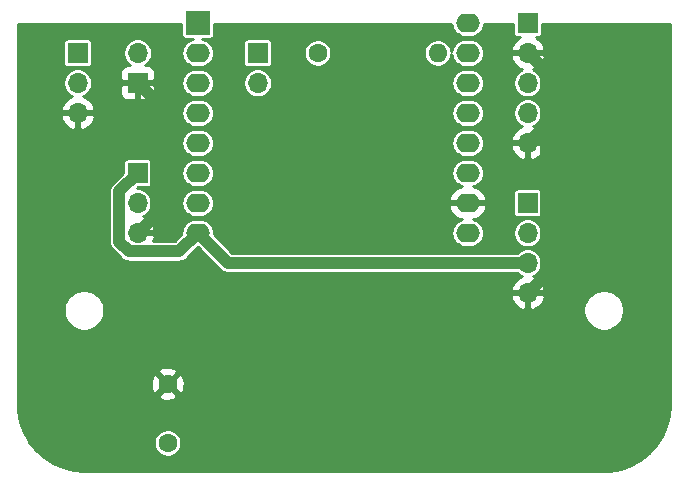
<source format=gbr>
%TF.GenerationSoftware,KiCad,Pcbnew,5.1.9*%
%TF.CreationDate,2021-02-13T11:33:13+01:00*%
%TF.ProjectId,airsmiley,61697273-6d69-46c6-9579-2e6b69636164,v1*%
%TF.SameCoordinates,Original*%
%TF.FileFunction,Copper,L2,Bot*%
%TF.FilePolarity,Positive*%
%FSLAX46Y46*%
G04 Gerber Fmt 4.6, Leading zero omitted, Abs format (unit mm)*
G04 Created by KiCad (PCBNEW 5.1.9) date 2021-02-13 11:33:13*
%MOMM*%
%LPD*%
G01*
G04 APERTURE LIST*
%TA.AperFunction,ComponentPad*%
%ADD10O,1.700000X1.700000*%
%TD*%
%TA.AperFunction,ComponentPad*%
%ADD11R,1.700000X1.700000*%
%TD*%
%TA.AperFunction,ComponentPad*%
%ADD12O,1.600000X1.600000*%
%TD*%
%TA.AperFunction,ComponentPad*%
%ADD13C,1.600000*%
%TD*%
%TA.AperFunction,ComponentPad*%
%ADD14O,2.000000X1.600000*%
%TD*%
%TA.AperFunction,ComponentPad*%
%ADD15R,2.000000X2.000000*%
%TD*%
%TA.AperFunction,Conductor*%
%ADD16C,1.000000*%
%TD*%
%TA.AperFunction,Conductor*%
%ADD17C,0.250000*%
%TD*%
%TA.AperFunction,Conductor*%
%ADD18C,0.100000*%
%TD*%
G04 APERTURE END LIST*
D10*
%TO.P,J_RST_1,2*%
%TO.N,Net-(J1-Pad1)*%
X129540000Y-76200000D03*
D11*
%TO.P,J_RST_1,1*%
%TO.N,GND*%
X129540000Y-78740000D03*
%TD*%
D12*
%TO.P,R1,2*%
%TO.N,Net-(R1-Pad2)*%
X154940000Y-76200000D03*
D13*
%TO.P,R1,1*%
%TO.N,TO_DI*%
X144780000Y-76200000D03*
%TD*%
%TO.P,C1,2*%
%TO.N,GND*%
X132080000Y-104220000D03*
%TO.P,C1,1*%
%TO.N,+5V*%
X132080000Y-109220000D03*
%TD*%
D10*
%TO.P,J_WS2812B_1,3*%
%TO.N,GND*%
X124460000Y-81280000D03*
%TO.P,J_WS2812B_1,2*%
%TO.N,+5V*%
X124460000Y-78740000D03*
D11*
%TO.P,J_WS2812B_1,1*%
%TO.N,TO_DI*%
X124460000Y-76200000D03*
%TD*%
D10*
%TO.P,J_OLED_1,4*%
%TO.N,GND*%
X162560000Y-96520000D03*
%TO.P,J_OLED_1,3*%
%TO.N,+3V3*%
X162560000Y-93980000D03*
%TO.P,J_OLED_1,2*%
%TO.N,SCL*%
X162560000Y-91440000D03*
D11*
%TO.P,J_OLED_1,1*%
%TO.N,SDA*%
X162560000Y-88900000D03*
%TD*%
D10*
%TO.P,J_DHT22,3*%
%TO.N,GND*%
X129540000Y-91440000D03*
%TO.P,J_DHT22,2*%
%TO.N,DHT*%
X129540000Y-88900000D03*
D11*
%TO.P,J_DHT22,1*%
%TO.N,+3V3*%
X129540000Y-86360000D03*
%TD*%
D10*
%TO.P,J1,2*%
%TO.N,Net-(J1-Pad2)*%
X139700000Y-78740000D03*
D11*
%TO.P,J1,1*%
%TO.N,Net-(J1-Pad1)*%
X139700000Y-76200000D03*
%TD*%
D10*
%TO.P,J_CCS811,5*%
%TO.N,GND*%
X162560000Y-83820000D03*
%TO.P,J_CCS811,4*%
%TO.N,SDA*%
X162560000Y-81280000D03*
%TO.P,J_CCS811,3*%
%TO.N,SCL*%
X162560000Y-78740000D03*
%TO.P,J_CCS811,2*%
%TO.N,GND*%
X162560000Y-76200000D03*
D11*
%TO.P,J_CCS811,1*%
%TO.N,+3V3*%
X162560000Y-73660000D03*
%TD*%
D14*
%TO.P,U1,16*%
%TO.N,Net-(U1-Pad16)*%
X157480000Y-73660000D03*
%TO.P,U1,15*%
%TO.N,Net-(R1-Pad2)*%
X157480000Y-76200000D03*
%TO.P,U1,14*%
%TO.N,SCL*%
X157480000Y-78740000D03*
%TO.P,U1,13*%
%TO.N,SDA*%
X157480000Y-81280000D03*
%TO.P,U1,12*%
%TO.N,Net-(U1-Pad12)*%
X157480000Y-83820000D03*
%TO.P,U1,11*%
%TO.N,DHT*%
X157480000Y-86360000D03*
%TO.P,U1,10*%
%TO.N,GND*%
X157480000Y-88900000D03*
%TO.P,U1,9*%
%TO.N,+5V*%
X157480000Y-91440000D03*
%TO.P,U1,8*%
%TO.N,+3V3*%
X134620000Y-91440000D03*
%TO.P,U1,7*%
%TO.N,Net-(U1-Pad7)*%
X134620000Y-88900000D03*
%TO.P,U1,6*%
%TO.N,Net-(U1-Pad6)*%
X134620000Y-86360000D03*
%TO.P,U1,5*%
%TO.N,Net-(U1-Pad5)*%
X134620000Y-83820000D03*
%TO.P,U1,4*%
%TO.N,Net-(U1-Pad4)*%
X134620000Y-81280000D03*
%TO.P,U1,3*%
%TO.N,Net-(J1-Pad2)*%
X134620000Y-78740000D03*
D15*
%TO.P,U1,1*%
%TO.N,Net-(J1-Pad1)*%
X134620000Y-73660000D03*
D14*
%TO.P,U1,2*%
%TO.N,Net-(U1-Pad2)*%
X134620000Y-76200000D03*
%TD*%
D16*
%TO.N,GND*%
X164110001Y-94969999D02*
X162560000Y-96520000D01*
X164110001Y-77750001D02*
X164110001Y-94969999D01*
X162560000Y-76200000D02*
X164110001Y-77750001D01*
X164110001Y-82269999D02*
X164110001Y-77750001D01*
X162560000Y-83820000D02*
X164110001Y-82269999D01*
X131090001Y-89889999D02*
X129540000Y-91440000D01*
X131090001Y-80290001D02*
X131090001Y-89889999D01*
X129540000Y-78740000D02*
X131090001Y-80290001D01*
%TO.N,+3V3*%
X127989999Y-87910001D02*
X129540000Y-86360000D01*
X128795999Y-92990001D02*
X127989999Y-92184001D01*
X133069999Y-92990001D02*
X128795999Y-92990001D01*
X127989999Y-92184001D02*
X127989999Y-87910001D01*
X134620000Y-91440000D02*
X133069999Y-92990001D01*
X137160000Y-93980000D02*
X134620000Y-91440000D01*
X162560000Y-93980000D02*
X137160000Y-93980000D01*
%TD*%
D17*
%TO.N,GND*%
X133243186Y-74660000D02*
X133250426Y-74733513D01*
X133271869Y-74804200D01*
X133306691Y-74869347D01*
X133353552Y-74926448D01*
X133410653Y-74973309D01*
X133475800Y-75008131D01*
X133546487Y-75029574D01*
X133620000Y-75036814D01*
X134242333Y-75036814D01*
X134189660Y-75042002D01*
X133968171Y-75109189D01*
X133764047Y-75218296D01*
X133585130Y-75365130D01*
X133438296Y-75544047D01*
X133329189Y-75748171D01*
X133262002Y-75969660D01*
X133239315Y-76200000D01*
X133262002Y-76430340D01*
X133329189Y-76651829D01*
X133438296Y-76855953D01*
X133585130Y-77034870D01*
X133764047Y-77181704D01*
X133968171Y-77290811D01*
X134189660Y-77357998D01*
X134362280Y-77375000D01*
X134877720Y-77375000D01*
X135050340Y-77357998D01*
X135271829Y-77290811D01*
X135475953Y-77181704D01*
X135654870Y-77034870D01*
X135801704Y-76855953D01*
X135910811Y-76651829D01*
X135977998Y-76430340D01*
X136000685Y-76200000D01*
X135977998Y-75969660D01*
X135910811Y-75748171D01*
X135801704Y-75544047D01*
X135654870Y-75365130D01*
X135636435Y-75350000D01*
X138473186Y-75350000D01*
X138473186Y-77050000D01*
X138480426Y-77123513D01*
X138501869Y-77194200D01*
X138536691Y-77259347D01*
X138583552Y-77316448D01*
X138640653Y-77363309D01*
X138705800Y-77398131D01*
X138776487Y-77419574D01*
X138850000Y-77426814D01*
X140550000Y-77426814D01*
X140623513Y-77419574D01*
X140694200Y-77398131D01*
X140759347Y-77363309D01*
X140816448Y-77316448D01*
X140863309Y-77259347D01*
X140898131Y-77194200D01*
X140919574Y-77123513D01*
X140926814Y-77050000D01*
X140926814Y-76084273D01*
X143605000Y-76084273D01*
X143605000Y-76315727D01*
X143650155Y-76542735D01*
X143738729Y-76756571D01*
X143867318Y-76949019D01*
X144030981Y-77112682D01*
X144223429Y-77241271D01*
X144437265Y-77329845D01*
X144664273Y-77375000D01*
X144895727Y-77375000D01*
X145122735Y-77329845D01*
X145336571Y-77241271D01*
X145529019Y-77112682D01*
X145692682Y-76949019D01*
X145821271Y-76756571D01*
X145909845Y-76542735D01*
X145955000Y-76315727D01*
X145955000Y-76084273D01*
X153765000Y-76084273D01*
X153765000Y-76315727D01*
X153810155Y-76542735D01*
X153898729Y-76756571D01*
X154027318Y-76949019D01*
X154190981Y-77112682D01*
X154383429Y-77241271D01*
X154597265Y-77329845D01*
X154824273Y-77375000D01*
X155055727Y-77375000D01*
X155282735Y-77329845D01*
X155496571Y-77241271D01*
X155689019Y-77112682D01*
X155852682Y-76949019D01*
X155981271Y-76756571D01*
X156069845Y-76542735D01*
X156112133Y-76330140D01*
X156122002Y-76430340D01*
X156189189Y-76651829D01*
X156298296Y-76855953D01*
X156445130Y-77034870D01*
X156624047Y-77181704D01*
X156828171Y-77290811D01*
X157049660Y-77357998D01*
X157222280Y-77375000D01*
X157737720Y-77375000D01*
X157910340Y-77357998D01*
X158131829Y-77290811D01*
X158335953Y-77181704D01*
X158514870Y-77034870D01*
X158661704Y-76855953D01*
X158770811Y-76651829D01*
X158799114Y-76558525D01*
X161120990Y-76558525D01*
X161164317Y-76701370D01*
X161288947Y-76964021D01*
X161462423Y-77197311D01*
X161678078Y-77392275D01*
X161927625Y-77541420D01*
X162102279Y-77603664D01*
X161979745Y-77654419D01*
X161779108Y-77788481D01*
X161608481Y-77959108D01*
X161474419Y-78159745D01*
X161382076Y-78382681D01*
X161335000Y-78619348D01*
X161335000Y-78860652D01*
X161382076Y-79097319D01*
X161474419Y-79320255D01*
X161608481Y-79520892D01*
X161779108Y-79691519D01*
X161979745Y-79825581D01*
X162202681Y-79917924D01*
X162439348Y-79965000D01*
X162680652Y-79965000D01*
X162917319Y-79917924D01*
X163140255Y-79825581D01*
X163340892Y-79691519D01*
X163511519Y-79520892D01*
X163645581Y-79320255D01*
X163737924Y-79097319D01*
X163785000Y-78860652D01*
X163785000Y-78619348D01*
X163737924Y-78382681D01*
X163645581Y-78159745D01*
X163511519Y-77959108D01*
X163340892Y-77788481D01*
X163140255Y-77654419D01*
X163017721Y-77603664D01*
X163192375Y-77541420D01*
X163441922Y-77392275D01*
X163657577Y-77197311D01*
X163831053Y-76964021D01*
X163955683Y-76701370D01*
X163999010Y-76558525D01*
X163878454Y-76329000D01*
X162689000Y-76329000D01*
X162689000Y-76349000D01*
X162431000Y-76349000D01*
X162431000Y-76329000D01*
X161241546Y-76329000D01*
X161120990Y-76558525D01*
X158799114Y-76558525D01*
X158837998Y-76430340D01*
X158860685Y-76200000D01*
X158837998Y-75969660D01*
X158770811Y-75748171D01*
X158661704Y-75544047D01*
X158514870Y-75365130D01*
X158335953Y-75218296D01*
X158131829Y-75109189D01*
X157910340Y-75042002D01*
X157737720Y-75025000D01*
X157222280Y-75025000D01*
X157049660Y-75042002D01*
X156828171Y-75109189D01*
X156624047Y-75218296D01*
X156445130Y-75365130D01*
X156298296Y-75544047D01*
X156189189Y-75748171D01*
X156122002Y-75969660D01*
X156112133Y-76069860D01*
X156069845Y-75857265D01*
X155981271Y-75643429D01*
X155852682Y-75450981D01*
X155689019Y-75287318D01*
X155496571Y-75158729D01*
X155282735Y-75070155D01*
X155055727Y-75025000D01*
X154824273Y-75025000D01*
X154597265Y-75070155D01*
X154383429Y-75158729D01*
X154190981Y-75287318D01*
X154027318Y-75450981D01*
X153898729Y-75643429D01*
X153810155Y-75857265D01*
X153765000Y-76084273D01*
X145955000Y-76084273D01*
X145909845Y-75857265D01*
X145821271Y-75643429D01*
X145692682Y-75450981D01*
X145529019Y-75287318D01*
X145336571Y-75158729D01*
X145122735Y-75070155D01*
X144895727Y-75025000D01*
X144664273Y-75025000D01*
X144437265Y-75070155D01*
X144223429Y-75158729D01*
X144030981Y-75287318D01*
X143867318Y-75450981D01*
X143738729Y-75643429D01*
X143650155Y-75857265D01*
X143605000Y-76084273D01*
X140926814Y-76084273D01*
X140926814Y-75350000D01*
X140919574Y-75276487D01*
X140898131Y-75205800D01*
X140863309Y-75140653D01*
X140816448Y-75083552D01*
X140759347Y-75036691D01*
X140694200Y-75001869D01*
X140623513Y-74980426D01*
X140550000Y-74973186D01*
X138850000Y-74973186D01*
X138776487Y-74980426D01*
X138705800Y-75001869D01*
X138640653Y-75036691D01*
X138583552Y-75083552D01*
X138536691Y-75140653D01*
X138501869Y-75205800D01*
X138480426Y-75276487D01*
X138473186Y-75350000D01*
X135636435Y-75350000D01*
X135475953Y-75218296D01*
X135271829Y-75109189D01*
X135050340Y-75042002D01*
X134997667Y-75036814D01*
X135620000Y-75036814D01*
X135693513Y-75029574D01*
X135764200Y-75008131D01*
X135829347Y-74973309D01*
X135886448Y-74926448D01*
X135933309Y-74869347D01*
X135968131Y-74804200D01*
X135989574Y-74733513D01*
X135996814Y-74660000D01*
X135996814Y-73785000D01*
X156111627Y-73785000D01*
X156122002Y-73890340D01*
X156189189Y-74111829D01*
X156298296Y-74315953D01*
X156445130Y-74494870D01*
X156624047Y-74641704D01*
X156828171Y-74750811D01*
X157049660Y-74817998D01*
X157222280Y-74835000D01*
X157737720Y-74835000D01*
X157910340Y-74817998D01*
X158131829Y-74750811D01*
X158335953Y-74641704D01*
X158514870Y-74494870D01*
X158661704Y-74315953D01*
X158770811Y-74111829D01*
X158837998Y-73890340D01*
X158848373Y-73785000D01*
X161333186Y-73785000D01*
X161333186Y-74510000D01*
X161340426Y-74583513D01*
X161361869Y-74654200D01*
X161396691Y-74719347D01*
X161443552Y-74776448D01*
X161500653Y-74823309D01*
X161565800Y-74858131D01*
X161636487Y-74879574D01*
X161710000Y-74886814D01*
X161880384Y-74886814D01*
X161678078Y-75007725D01*
X161462423Y-75202689D01*
X161288947Y-75435979D01*
X161164317Y-75698630D01*
X161120990Y-75841475D01*
X161241546Y-76071000D01*
X162431000Y-76071000D01*
X162431000Y-76051000D01*
X162689000Y-76051000D01*
X162689000Y-76071000D01*
X163878454Y-76071000D01*
X163999010Y-75841475D01*
X163955683Y-75698630D01*
X163831053Y-75435979D01*
X163657577Y-75202689D01*
X163441922Y-75007725D01*
X163239616Y-74886814D01*
X163410000Y-74886814D01*
X163483513Y-74879574D01*
X163554200Y-74858131D01*
X163619347Y-74823309D01*
X163676448Y-74776448D01*
X163723309Y-74719347D01*
X163758131Y-74654200D01*
X163779574Y-74583513D01*
X163786814Y-74510000D01*
X163786814Y-73785000D01*
X174600001Y-73785000D01*
X174600000Y-105983585D01*
X174523473Y-106914404D01*
X174299958Y-107804253D01*
X173934110Y-108645647D01*
X173435751Y-109415992D01*
X172818274Y-110094589D01*
X172098241Y-110663237D01*
X171295017Y-111106641D01*
X170430147Y-111412907D01*
X169519971Y-111575034D01*
X168990573Y-111600000D01*
X125016415Y-111600000D01*
X124085596Y-111523473D01*
X123195747Y-111299958D01*
X122354353Y-110934110D01*
X121584008Y-110435751D01*
X120905411Y-109818274D01*
X120341527Y-109104273D01*
X130905000Y-109104273D01*
X130905000Y-109335727D01*
X130950155Y-109562735D01*
X131038729Y-109776571D01*
X131167318Y-109969019D01*
X131330981Y-110132682D01*
X131523429Y-110261271D01*
X131737265Y-110349845D01*
X131964273Y-110395000D01*
X132195727Y-110395000D01*
X132422735Y-110349845D01*
X132636571Y-110261271D01*
X132829019Y-110132682D01*
X132992682Y-109969019D01*
X133121271Y-109776571D01*
X133209845Y-109562735D01*
X133255000Y-109335727D01*
X133255000Y-109104273D01*
X133209845Y-108877265D01*
X133121271Y-108663429D01*
X132992682Y-108470981D01*
X132829019Y-108307318D01*
X132636571Y-108178729D01*
X132422735Y-108090155D01*
X132195727Y-108045000D01*
X131964273Y-108045000D01*
X131737265Y-108090155D01*
X131523429Y-108178729D01*
X131330981Y-108307318D01*
X131167318Y-108470981D01*
X131038729Y-108663429D01*
X130950155Y-108877265D01*
X130905000Y-109104273D01*
X120341527Y-109104273D01*
X120336763Y-109098241D01*
X119893359Y-108295017D01*
X119587093Y-107430147D01*
X119424966Y-106519971D01*
X119400000Y-105990573D01*
X119400000Y-105212902D01*
X131269531Y-105212902D01*
X131341394Y-105456071D01*
X131596732Y-105576415D01*
X131870641Y-105644632D01*
X132152596Y-105658102D01*
X132431761Y-105616307D01*
X132697408Y-105520852D01*
X132818606Y-105456071D01*
X132890469Y-105212902D01*
X132080000Y-104402434D01*
X131269531Y-105212902D01*
X119400000Y-105212902D01*
X119400000Y-104292596D01*
X130641898Y-104292596D01*
X130683693Y-104571761D01*
X130779148Y-104837408D01*
X130843929Y-104958606D01*
X131087098Y-105030469D01*
X131897566Y-104220000D01*
X132262434Y-104220000D01*
X133072902Y-105030469D01*
X133316071Y-104958606D01*
X133436415Y-104703268D01*
X133504632Y-104429359D01*
X133518102Y-104147404D01*
X133476307Y-103868239D01*
X133380852Y-103602592D01*
X133316071Y-103481394D01*
X133072902Y-103409531D01*
X132262434Y-104220000D01*
X131897566Y-104220000D01*
X131087098Y-103409531D01*
X130843929Y-103481394D01*
X130723585Y-103736732D01*
X130655368Y-104010641D01*
X130641898Y-104292596D01*
X119400000Y-104292596D01*
X119400000Y-103227098D01*
X131269531Y-103227098D01*
X132080000Y-104037566D01*
X132890469Y-103227098D01*
X132818606Y-102983929D01*
X132563268Y-102863585D01*
X132289359Y-102795368D01*
X132007404Y-102781898D01*
X131728239Y-102823693D01*
X131462592Y-102919148D01*
X131341394Y-102983929D01*
X131269531Y-103227098D01*
X119400000Y-103227098D01*
X119400000Y-97830102D01*
X123275000Y-97830102D01*
X123275000Y-98169898D01*
X123341290Y-98503164D01*
X123471324Y-98817094D01*
X123660105Y-99099624D01*
X123900376Y-99339895D01*
X124182906Y-99528676D01*
X124496836Y-99658710D01*
X124830102Y-99725000D01*
X125169898Y-99725000D01*
X125503164Y-99658710D01*
X125817094Y-99528676D01*
X126099624Y-99339895D01*
X126339895Y-99099624D01*
X126528676Y-98817094D01*
X126658710Y-98503164D01*
X126725000Y-98169898D01*
X126725000Y-97830102D01*
X126658710Y-97496836D01*
X126528676Y-97182906D01*
X126339895Y-96900376D01*
X126318044Y-96878525D01*
X161120990Y-96878525D01*
X161164317Y-97021370D01*
X161288947Y-97284021D01*
X161462423Y-97517311D01*
X161678078Y-97712275D01*
X161927625Y-97861420D01*
X162201474Y-97959015D01*
X162431000Y-97839134D01*
X162431000Y-96649000D01*
X162689000Y-96649000D01*
X162689000Y-97839134D01*
X162918526Y-97959015D01*
X163192375Y-97861420D01*
X163244775Y-97830102D01*
X167275000Y-97830102D01*
X167275000Y-98169898D01*
X167341290Y-98503164D01*
X167471324Y-98817094D01*
X167660105Y-99099624D01*
X167900376Y-99339895D01*
X168182906Y-99528676D01*
X168496836Y-99658710D01*
X168830102Y-99725000D01*
X169169898Y-99725000D01*
X169503164Y-99658710D01*
X169817094Y-99528676D01*
X170099624Y-99339895D01*
X170339895Y-99099624D01*
X170528676Y-98817094D01*
X170658710Y-98503164D01*
X170725000Y-98169898D01*
X170725000Y-97830102D01*
X170658710Y-97496836D01*
X170528676Y-97182906D01*
X170339895Y-96900376D01*
X170099624Y-96660105D01*
X169817094Y-96471324D01*
X169503164Y-96341290D01*
X169169898Y-96275000D01*
X168830102Y-96275000D01*
X168496836Y-96341290D01*
X168182906Y-96471324D01*
X167900376Y-96660105D01*
X167660105Y-96900376D01*
X167471324Y-97182906D01*
X167341290Y-97496836D01*
X167275000Y-97830102D01*
X163244775Y-97830102D01*
X163441922Y-97712275D01*
X163657577Y-97517311D01*
X163831053Y-97284021D01*
X163955683Y-97021370D01*
X163999010Y-96878525D01*
X163878454Y-96649000D01*
X162689000Y-96649000D01*
X162431000Y-96649000D01*
X161241546Y-96649000D01*
X161120990Y-96878525D01*
X126318044Y-96878525D01*
X126099624Y-96660105D01*
X125817094Y-96471324D01*
X125503164Y-96341290D01*
X125169898Y-96275000D01*
X124830102Y-96275000D01*
X124496836Y-96341290D01*
X124182906Y-96471324D01*
X123900376Y-96660105D01*
X123660105Y-96900376D01*
X123471324Y-97182906D01*
X123341290Y-97496836D01*
X123275000Y-97830102D01*
X119400000Y-97830102D01*
X119400000Y-87910001D01*
X127110766Y-87910001D01*
X127115000Y-87952990D01*
X127114999Y-92141022D01*
X127110766Y-92184001D01*
X127114999Y-92226979D01*
X127127660Y-92355530D01*
X127177694Y-92520468D01*
X127258943Y-92672476D01*
X127368287Y-92805713D01*
X127401679Y-92833117D01*
X128146887Y-93578326D01*
X128174287Y-93611713D01*
X128307523Y-93721057D01*
X128459531Y-93802306D01*
X128624468Y-93852340D01*
X128795998Y-93869234D01*
X128838977Y-93865001D01*
X133027020Y-93865001D01*
X133069999Y-93869234D01*
X133112978Y-93865001D01*
X133241529Y-93852340D01*
X133406467Y-93802306D01*
X133558475Y-93721057D01*
X133691711Y-93611713D01*
X133719116Y-93578320D01*
X134620000Y-92677436D01*
X136510888Y-94568325D01*
X136538288Y-94601712D01*
X136671524Y-94711056D01*
X136823532Y-94792305D01*
X136950080Y-94830694D01*
X136988469Y-94842339D01*
X137159999Y-94859233D01*
X137202978Y-94855000D01*
X161702589Y-94855000D01*
X161779108Y-94931519D01*
X161979745Y-95065581D01*
X162102279Y-95116336D01*
X161927625Y-95178580D01*
X161678078Y-95327725D01*
X161462423Y-95522689D01*
X161288947Y-95755979D01*
X161164317Y-96018630D01*
X161120990Y-96161475D01*
X161241546Y-96391000D01*
X162431000Y-96391000D01*
X162431000Y-96371000D01*
X162689000Y-96371000D01*
X162689000Y-96391000D01*
X163878454Y-96391000D01*
X163999010Y-96161475D01*
X163955683Y-96018630D01*
X163831053Y-95755979D01*
X163657577Y-95522689D01*
X163441922Y-95327725D01*
X163192375Y-95178580D01*
X163017721Y-95116336D01*
X163140255Y-95065581D01*
X163340892Y-94931519D01*
X163511519Y-94760892D01*
X163645581Y-94560255D01*
X163737924Y-94337319D01*
X163785000Y-94100652D01*
X163785000Y-93859348D01*
X163737924Y-93622681D01*
X163645581Y-93399745D01*
X163511519Y-93199108D01*
X163340892Y-93028481D01*
X163140255Y-92894419D01*
X162917319Y-92802076D01*
X162680652Y-92755000D01*
X162439348Y-92755000D01*
X162202681Y-92802076D01*
X161979745Y-92894419D01*
X161779108Y-93028481D01*
X161702589Y-93105000D01*
X137522437Y-93105000D01*
X135987841Y-91570405D01*
X136000685Y-91440000D01*
X135977998Y-91209660D01*
X135910811Y-90988171D01*
X135801704Y-90784047D01*
X135654870Y-90605130D01*
X135475953Y-90458296D01*
X135271829Y-90349189D01*
X135050340Y-90282002D01*
X134877720Y-90265000D01*
X134362280Y-90265000D01*
X134189660Y-90282002D01*
X133968171Y-90349189D01*
X133764047Y-90458296D01*
X133585130Y-90605130D01*
X133438296Y-90784047D01*
X133329189Y-90988171D01*
X133262002Y-91209660D01*
X133239315Y-91440000D01*
X133252159Y-91570405D01*
X132707563Y-92115001D01*
X130853294Y-92115001D01*
X130935683Y-91941370D01*
X130979010Y-91798525D01*
X130858454Y-91569000D01*
X129669000Y-91569000D01*
X129669000Y-91589000D01*
X129411000Y-91589000D01*
X129411000Y-91569000D01*
X129391000Y-91569000D01*
X129391000Y-91311000D01*
X129411000Y-91311000D01*
X129411000Y-91291000D01*
X129669000Y-91291000D01*
X129669000Y-91311000D01*
X130858454Y-91311000D01*
X130979010Y-91081475D01*
X130935683Y-90938630D01*
X130811053Y-90675979D01*
X130637577Y-90442689D01*
X130421922Y-90247725D01*
X130172375Y-90098580D01*
X129997721Y-90036336D01*
X130120255Y-89985581D01*
X130320892Y-89851519D01*
X130491519Y-89680892D01*
X130625581Y-89480255D01*
X130717924Y-89257319D01*
X130765000Y-89020652D01*
X130765000Y-88900000D01*
X133239315Y-88900000D01*
X133262002Y-89130340D01*
X133329189Y-89351829D01*
X133438296Y-89555953D01*
X133585130Y-89734870D01*
X133764047Y-89881704D01*
X133968171Y-89990811D01*
X134189660Y-90057998D01*
X134362280Y-90075000D01*
X134877720Y-90075000D01*
X135050340Y-90057998D01*
X135271829Y-89990811D01*
X135475953Y-89881704D01*
X135654870Y-89734870D01*
X135801704Y-89555953D01*
X135910811Y-89351829D01*
X135941496Y-89250672D01*
X155890569Y-89250672D01*
X155900068Y-89304309D01*
X156005460Y-89565752D01*
X156159832Y-89801610D01*
X156357251Y-90002820D01*
X156590131Y-90161649D01*
X156849522Y-90271994D01*
X156987600Y-90300827D01*
X156828171Y-90349189D01*
X156624047Y-90458296D01*
X156445130Y-90605130D01*
X156298296Y-90784047D01*
X156189189Y-90988171D01*
X156122002Y-91209660D01*
X156099315Y-91440000D01*
X156122002Y-91670340D01*
X156189189Y-91891829D01*
X156298296Y-92095953D01*
X156445130Y-92274870D01*
X156624047Y-92421704D01*
X156828171Y-92530811D01*
X157049660Y-92597998D01*
X157222280Y-92615000D01*
X157737720Y-92615000D01*
X157910340Y-92597998D01*
X158131829Y-92530811D01*
X158335953Y-92421704D01*
X158514870Y-92274870D01*
X158661704Y-92095953D01*
X158770811Y-91891829D01*
X158837998Y-91670340D01*
X158860685Y-91440000D01*
X158848802Y-91319348D01*
X161335000Y-91319348D01*
X161335000Y-91560652D01*
X161382076Y-91797319D01*
X161474419Y-92020255D01*
X161608481Y-92220892D01*
X161779108Y-92391519D01*
X161979745Y-92525581D01*
X162202681Y-92617924D01*
X162439348Y-92665000D01*
X162680652Y-92665000D01*
X162917319Y-92617924D01*
X163140255Y-92525581D01*
X163340892Y-92391519D01*
X163511519Y-92220892D01*
X163645581Y-92020255D01*
X163737924Y-91797319D01*
X163785000Y-91560652D01*
X163785000Y-91319348D01*
X163737924Y-91082681D01*
X163645581Y-90859745D01*
X163511519Y-90659108D01*
X163340892Y-90488481D01*
X163140255Y-90354419D01*
X162917319Y-90262076D01*
X162680652Y-90215000D01*
X162439348Y-90215000D01*
X162202681Y-90262076D01*
X161979745Y-90354419D01*
X161779108Y-90488481D01*
X161608481Y-90659108D01*
X161474419Y-90859745D01*
X161382076Y-91082681D01*
X161335000Y-91319348D01*
X158848802Y-91319348D01*
X158837998Y-91209660D01*
X158770811Y-90988171D01*
X158661704Y-90784047D01*
X158514870Y-90605130D01*
X158335953Y-90458296D01*
X158131829Y-90349189D01*
X157972400Y-90300827D01*
X158110478Y-90271994D01*
X158369869Y-90161649D01*
X158602749Y-90002820D01*
X158800168Y-89801610D01*
X158954540Y-89565752D01*
X159059932Y-89304309D01*
X159069431Y-89250672D01*
X158948206Y-89029000D01*
X157609000Y-89029000D01*
X157609000Y-89049000D01*
X157351000Y-89049000D01*
X157351000Y-89029000D01*
X156011794Y-89029000D01*
X155890569Y-89250672D01*
X135941496Y-89250672D01*
X135977998Y-89130340D01*
X136000685Y-88900000D01*
X135977998Y-88669660D01*
X135941497Y-88549328D01*
X155890569Y-88549328D01*
X156011794Y-88771000D01*
X157351000Y-88771000D01*
X157351000Y-88751000D01*
X157609000Y-88751000D01*
X157609000Y-88771000D01*
X158948206Y-88771000D01*
X159069431Y-88549328D01*
X159059932Y-88495691D01*
X158954540Y-88234248D01*
X158833948Y-88050000D01*
X161333186Y-88050000D01*
X161333186Y-89750000D01*
X161340426Y-89823513D01*
X161361869Y-89894200D01*
X161396691Y-89959347D01*
X161443552Y-90016448D01*
X161500653Y-90063309D01*
X161565800Y-90098131D01*
X161636487Y-90119574D01*
X161710000Y-90126814D01*
X163410000Y-90126814D01*
X163483513Y-90119574D01*
X163554200Y-90098131D01*
X163619347Y-90063309D01*
X163676448Y-90016448D01*
X163723309Y-89959347D01*
X163758131Y-89894200D01*
X163779574Y-89823513D01*
X163786814Y-89750000D01*
X163786814Y-88050000D01*
X163779574Y-87976487D01*
X163758131Y-87905800D01*
X163723309Y-87840653D01*
X163676448Y-87783552D01*
X163619347Y-87736691D01*
X163554200Y-87701869D01*
X163483513Y-87680426D01*
X163410000Y-87673186D01*
X161710000Y-87673186D01*
X161636487Y-87680426D01*
X161565800Y-87701869D01*
X161500653Y-87736691D01*
X161443552Y-87783552D01*
X161396691Y-87840653D01*
X161361869Y-87905800D01*
X161340426Y-87976487D01*
X161333186Y-88050000D01*
X158833948Y-88050000D01*
X158800168Y-87998390D01*
X158602749Y-87797180D01*
X158369869Y-87638351D01*
X158110478Y-87528006D01*
X157972400Y-87499173D01*
X158131829Y-87450811D01*
X158335953Y-87341704D01*
X158514870Y-87194870D01*
X158661704Y-87015953D01*
X158770811Y-86811829D01*
X158837998Y-86590340D01*
X158860685Y-86360000D01*
X158837998Y-86129660D01*
X158770811Y-85908171D01*
X158661704Y-85704047D01*
X158514870Y-85525130D01*
X158335953Y-85378296D01*
X158131829Y-85269189D01*
X157910340Y-85202002D01*
X157737720Y-85185000D01*
X157222280Y-85185000D01*
X157049660Y-85202002D01*
X156828171Y-85269189D01*
X156624047Y-85378296D01*
X156445130Y-85525130D01*
X156298296Y-85704047D01*
X156189189Y-85908171D01*
X156122002Y-86129660D01*
X156099315Y-86360000D01*
X156122002Y-86590340D01*
X156189189Y-86811829D01*
X156298296Y-87015953D01*
X156445130Y-87194870D01*
X156624047Y-87341704D01*
X156828171Y-87450811D01*
X156987600Y-87499173D01*
X156849522Y-87528006D01*
X156590131Y-87638351D01*
X156357251Y-87797180D01*
X156159832Y-87998390D01*
X156005460Y-88234248D01*
X155900068Y-88495691D01*
X155890569Y-88549328D01*
X135941497Y-88549328D01*
X135910811Y-88448171D01*
X135801704Y-88244047D01*
X135654870Y-88065130D01*
X135475953Y-87918296D01*
X135271829Y-87809189D01*
X135050340Y-87742002D01*
X134877720Y-87725000D01*
X134362280Y-87725000D01*
X134189660Y-87742002D01*
X133968171Y-87809189D01*
X133764047Y-87918296D01*
X133585130Y-88065130D01*
X133438296Y-88244047D01*
X133329189Y-88448171D01*
X133262002Y-88669660D01*
X133239315Y-88900000D01*
X130765000Y-88900000D01*
X130765000Y-88779348D01*
X130717924Y-88542681D01*
X130625581Y-88319745D01*
X130491519Y-88119108D01*
X130320892Y-87948481D01*
X130120255Y-87814419D01*
X129897319Y-87722076D01*
X129660652Y-87675000D01*
X129462436Y-87675000D01*
X129550622Y-87586814D01*
X130390000Y-87586814D01*
X130463513Y-87579574D01*
X130534200Y-87558131D01*
X130599347Y-87523309D01*
X130656448Y-87476448D01*
X130703309Y-87419347D01*
X130738131Y-87354200D01*
X130759574Y-87283513D01*
X130766814Y-87210000D01*
X130766814Y-86360000D01*
X133239315Y-86360000D01*
X133262002Y-86590340D01*
X133329189Y-86811829D01*
X133438296Y-87015953D01*
X133585130Y-87194870D01*
X133764047Y-87341704D01*
X133968171Y-87450811D01*
X134189660Y-87517998D01*
X134362280Y-87535000D01*
X134877720Y-87535000D01*
X135050340Y-87517998D01*
X135271829Y-87450811D01*
X135475953Y-87341704D01*
X135654870Y-87194870D01*
X135801704Y-87015953D01*
X135910811Y-86811829D01*
X135977998Y-86590340D01*
X136000685Y-86360000D01*
X135977998Y-86129660D01*
X135910811Y-85908171D01*
X135801704Y-85704047D01*
X135654870Y-85525130D01*
X135475953Y-85378296D01*
X135271829Y-85269189D01*
X135050340Y-85202002D01*
X134877720Y-85185000D01*
X134362280Y-85185000D01*
X134189660Y-85202002D01*
X133968171Y-85269189D01*
X133764047Y-85378296D01*
X133585130Y-85525130D01*
X133438296Y-85704047D01*
X133329189Y-85908171D01*
X133262002Y-86129660D01*
X133239315Y-86360000D01*
X130766814Y-86360000D01*
X130766814Y-85510000D01*
X130759574Y-85436487D01*
X130738131Y-85365800D01*
X130703309Y-85300653D01*
X130656448Y-85243552D01*
X130599347Y-85196691D01*
X130534200Y-85161869D01*
X130463513Y-85140426D01*
X130390000Y-85133186D01*
X128690000Y-85133186D01*
X128616487Y-85140426D01*
X128545800Y-85161869D01*
X128480653Y-85196691D01*
X128423552Y-85243552D01*
X128376691Y-85300653D01*
X128341869Y-85365800D01*
X128320426Y-85436487D01*
X128313186Y-85510000D01*
X128313186Y-86349378D01*
X127401675Y-87260889D01*
X127368288Y-87288289D01*
X127258944Y-87421525D01*
X127215515Y-87502775D01*
X127177694Y-87573534D01*
X127127660Y-87738472D01*
X127110766Y-87910001D01*
X119400000Y-87910001D01*
X119400000Y-83820000D01*
X133239315Y-83820000D01*
X133262002Y-84050340D01*
X133329189Y-84271829D01*
X133438296Y-84475953D01*
X133585130Y-84654870D01*
X133764047Y-84801704D01*
X133968171Y-84910811D01*
X134189660Y-84977998D01*
X134362280Y-84995000D01*
X134877720Y-84995000D01*
X135050340Y-84977998D01*
X135271829Y-84910811D01*
X135475953Y-84801704D01*
X135654870Y-84654870D01*
X135801704Y-84475953D01*
X135910811Y-84271829D01*
X135977998Y-84050340D01*
X136000685Y-83820000D01*
X156099315Y-83820000D01*
X156122002Y-84050340D01*
X156189189Y-84271829D01*
X156298296Y-84475953D01*
X156445130Y-84654870D01*
X156624047Y-84801704D01*
X156828171Y-84910811D01*
X157049660Y-84977998D01*
X157222280Y-84995000D01*
X157737720Y-84995000D01*
X157910340Y-84977998D01*
X158131829Y-84910811D01*
X158335953Y-84801704D01*
X158514870Y-84654870D01*
X158661704Y-84475953D01*
X158770811Y-84271829D01*
X158799114Y-84178525D01*
X161120990Y-84178525D01*
X161164317Y-84321370D01*
X161288947Y-84584021D01*
X161462423Y-84817311D01*
X161678078Y-85012275D01*
X161927625Y-85161420D01*
X162201474Y-85259015D01*
X162431000Y-85139134D01*
X162431000Y-83949000D01*
X162689000Y-83949000D01*
X162689000Y-85139134D01*
X162918526Y-85259015D01*
X163192375Y-85161420D01*
X163441922Y-85012275D01*
X163657577Y-84817311D01*
X163831053Y-84584021D01*
X163955683Y-84321370D01*
X163999010Y-84178525D01*
X163878454Y-83949000D01*
X162689000Y-83949000D01*
X162431000Y-83949000D01*
X161241546Y-83949000D01*
X161120990Y-84178525D01*
X158799114Y-84178525D01*
X158837998Y-84050340D01*
X158860685Y-83820000D01*
X158837998Y-83589660D01*
X158799115Y-83461475D01*
X161120990Y-83461475D01*
X161241546Y-83691000D01*
X162431000Y-83691000D01*
X162431000Y-83671000D01*
X162689000Y-83671000D01*
X162689000Y-83691000D01*
X163878454Y-83691000D01*
X163999010Y-83461475D01*
X163955683Y-83318630D01*
X163831053Y-83055979D01*
X163657577Y-82822689D01*
X163441922Y-82627725D01*
X163192375Y-82478580D01*
X163017721Y-82416336D01*
X163140255Y-82365581D01*
X163340892Y-82231519D01*
X163511519Y-82060892D01*
X163645581Y-81860255D01*
X163737924Y-81637319D01*
X163785000Y-81400652D01*
X163785000Y-81159348D01*
X163737924Y-80922681D01*
X163645581Y-80699745D01*
X163511519Y-80499108D01*
X163340892Y-80328481D01*
X163140255Y-80194419D01*
X162917319Y-80102076D01*
X162680652Y-80055000D01*
X162439348Y-80055000D01*
X162202681Y-80102076D01*
X161979745Y-80194419D01*
X161779108Y-80328481D01*
X161608481Y-80499108D01*
X161474419Y-80699745D01*
X161382076Y-80922681D01*
X161335000Y-81159348D01*
X161335000Y-81400652D01*
X161382076Y-81637319D01*
X161474419Y-81860255D01*
X161608481Y-82060892D01*
X161779108Y-82231519D01*
X161979745Y-82365581D01*
X162102279Y-82416336D01*
X161927625Y-82478580D01*
X161678078Y-82627725D01*
X161462423Y-82822689D01*
X161288947Y-83055979D01*
X161164317Y-83318630D01*
X161120990Y-83461475D01*
X158799115Y-83461475D01*
X158770811Y-83368171D01*
X158661704Y-83164047D01*
X158514870Y-82985130D01*
X158335953Y-82838296D01*
X158131829Y-82729189D01*
X157910340Y-82662002D01*
X157737720Y-82645000D01*
X157222280Y-82645000D01*
X157049660Y-82662002D01*
X156828171Y-82729189D01*
X156624047Y-82838296D01*
X156445130Y-82985130D01*
X156298296Y-83164047D01*
X156189189Y-83368171D01*
X156122002Y-83589660D01*
X156099315Y-83820000D01*
X136000685Y-83820000D01*
X135977998Y-83589660D01*
X135910811Y-83368171D01*
X135801704Y-83164047D01*
X135654870Y-82985130D01*
X135475953Y-82838296D01*
X135271829Y-82729189D01*
X135050340Y-82662002D01*
X134877720Y-82645000D01*
X134362280Y-82645000D01*
X134189660Y-82662002D01*
X133968171Y-82729189D01*
X133764047Y-82838296D01*
X133585130Y-82985130D01*
X133438296Y-83164047D01*
X133329189Y-83368171D01*
X133262002Y-83589660D01*
X133239315Y-83820000D01*
X119400000Y-83820000D01*
X119400000Y-81638525D01*
X123020990Y-81638525D01*
X123064317Y-81781370D01*
X123188947Y-82044021D01*
X123362423Y-82277311D01*
X123578078Y-82472275D01*
X123827625Y-82621420D01*
X124101474Y-82719015D01*
X124331000Y-82599134D01*
X124331000Y-81409000D01*
X124589000Y-81409000D01*
X124589000Y-82599134D01*
X124818526Y-82719015D01*
X125092375Y-82621420D01*
X125341922Y-82472275D01*
X125557577Y-82277311D01*
X125731053Y-82044021D01*
X125855683Y-81781370D01*
X125899010Y-81638525D01*
X125778454Y-81409000D01*
X124589000Y-81409000D01*
X124331000Y-81409000D01*
X123141546Y-81409000D01*
X123020990Y-81638525D01*
X119400000Y-81638525D01*
X119400000Y-81280000D01*
X133239315Y-81280000D01*
X133262002Y-81510340D01*
X133329189Y-81731829D01*
X133438296Y-81935953D01*
X133585130Y-82114870D01*
X133764047Y-82261704D01*
X133968171Y-82370811D01*
X134189660Y-82437998D01*
X134362280Y-82455000D01*
X134877720Y-82455000D01*
X135050340Y-82437998D01*
X135271829Y-82370811D01*
X135475953Y-82261704D01*
X135654870Y-82114870D01*
X135801704Y-81935953D01*
X135910811Y-81731829D01*
X135977998Y-81510340D01*
X136000685Y-81280000D01*
X156099315Y-81280000D01*
X156122002Y-81510340D01*
X156189189Y-81731829D01*
X156298296Y-81935953D01*
X156445130Y-82114870D01*
X156624047Y-82261704D01*
X156828171Y-82370811D01*
X157049660Y-82437998D01*
X157222280Y-82455000D01*
X157737720Y-82455000D01*
X157910340Y-82437998D01*
X158131829Y-82370811D01*
X158335953Y-82261704D01*
X158514870Y-82114870D01*
X158661704Y-81935953D01*
X158770811Y-81731829D01*
X158837998Y-81510340D01*
X158860685Y-81280000D01*
X158837998Y-81049660D01*
X158770811Y-80828171D01*
X158661704Y-80624047D01*
X158514870Y-80445130D01*
X158335953Y-80298296D01*
X158131829Y-80189189D01*
X157910340Y-80122002D01*
X157737720Y-80105000D01*
X157222280Y-80105000D01*
X157049660Y-80122002D01*
X156828171Y-80189189D01*
X156624047Y-80298296D01*
X156445130Y-80445130D01*
X156298296Y-80624047D01*
X156189189Y-80828171D01*
X156122002Y-81049660D01*
X156099315Y-81280000D01*
X136000685Y-81280000D01*
X135977998Y-81049660D01*
X135910811Y-80828171D01*
X135801704Y-80624047D01*
X135654870Y-80445130D01*
X135475953Y-80298296D01*
X135271829Y-80189189D01*
X135050340Y-80122002D01*
X134877720Y-80105000D01*
X134362280Y-80105000D01*
X134189660Y-80122002D01*
X133968171Y-80189189D01*
X133764047Y-80298296D01*
X133585130Y-80445130D01*
X133438296Y-80624047D01*
X133329189Y-80828171D01*
X133262002Y-81049660D01*
X133239315Y-81280000D01*
X119400000Y-81280000D01*
X119400000Y-80921475D01*
X123020990Y-80921475D01*
X123141546Y-81151000D01*
X124331000Y-81151000D01*
X124331000Y-81131000D01*
X124589000Y-81131000D01*
X124589000Y-81151000D01*
X125778454Y-81151000D01*
X125899010Y-80921475D01*
X125855683Y-80778630D01*
X125731053Y-80515979D01*
X125557577Y-80282689D01*
X125341922Y-80087725D01*
X125092375Y-79938580D01*
X124917721Y-79876336D01*
X125040255Y-79825581D01*
X125240892Y-79691519D01*
X125342411Y-79590000D01*
X128053937Y-79590000D01*
X128066159Y-79714090D01*
X128102354Y-79833411D01*
X128161133Y-79943378D01*
X128240236Y-80039764D01*
X128336622Y-80118867D01*
X128446589Y-80177646D01*
X128565910Y-80213841D01*
X128690000Y-80226063D01*
X129252750Y-80223000D01*
X129411000Y-80064750D01*
X129411000Y-78869000D01*
X129669000Y-78869000D01*
X129669000Y-80064750D01*
X129827250Y-80223000D01*
X130390000Y-80226063D01*
X130514090Y-80213841D01*
X130633411Y-80177646D01*
X130743378Y-80118867D01*
X130839764Y-80039764D01*
X130918867Y-79943378D01*
X130977646Y-79833411D01*
X131013841Y-79714090D01*
X131026063Y-79590000D01*
X131023000Y-79027250D01*
X130864750Y-78869000D01*
X129669000Y-78869000D01*
X129411000Y-78869000D01*
X128215250Y-78869000D01*
X128057000Y-79027250D01*
X128053937Y-79590000D01*
X125342411Y-79590000D01*
X125411519Y-79520892D01*
X125545581Y-79320255D01*
X125637924Y-79097319D01*
X125685000Y-78860652D01*
X125685000Y-78740000D01*
X133239315Y-78740000D01*
X133262002Y-78970340D01*
X133329189Y-79191829D01*
X133438296Y-79395953D01*
X133585130Y-79574870D01*
X133764047Y-79721704D01*
X133968171Y-79830811D01*
X134189660Y-79897998D01*
X134362280Y-79915000D01*
X134877720Y-79915000D01*
X135050340Y-79897998D01*
X135271829Y-79830811D01*
X135475953Y-79721704D01*
X135654870Y-79574870D01*
X135801704Y-79395953D01*
X135910811Y-79191829D01*
X135977998Y-78970340D01*
X136000685Y-78740000D01*
X135988802Y-78619348D01*
X138475000Y-78619348D01*
X138475000Y-78860652D01*
X138522076Y-79097319D01*
X138614419Y-79320255D01*
X138748481Y-79520892D01*
X138919108Y-79691519D01*
X139119745Y-79825581D01*
X139342681Y-79917924D01*
X139579348Y-79965000D01*
X139820652Y-79965000D01*
X140057319Y-79917924D01*
X140280255Y-79825581D01*
X140480892Y-79691519D01*
X140651519Y-79520892D01*
X140785581Y-79320255D01*
X140877924Y-79097319D01*
X140925000Y-78860652D01*
X140925000Y-78740000D01*
X156099315Y-78740000D01*
X156122002Y-78970340D01*
X156189189Y-79191829D01*
X156298296Y-79395953D01*
X156445130Y-79574870D01*
X156624047Y-79721704D01*
X156828171Y-79830811D01*
X157049660Y-79897998D01*
X157222280Y-79915000D01*
X157737720Y-79915000D01*
X157910340Y-79897998D01*
X158131829Y-79830811D01*
X158335953Y-79721704D01*
X158514870Y-79574870D01*
X158661704Y-79395953D01*
X158770811Y-79191829D01*
X158837998Y-78970340D01*
X158860685Y-78740000D01*
X158837998Y-78509660D01*
X158770811Y-78288171D01*
X158661704Y-78084047D01*
X158514870Y-77905130D01*
X158335953Y-77758296D01*
X158131829Y-77649189D01*
X157910340Y-77582002D01*
X157737720Y-77565000D01*
X157222280Y-77565000D01*
X157049660Y-77582002D01*
X156828171Y-77649189D01*
X156624047Y-77758296D01*
X156445130Y-77905130D01*
X156298296Y-78084047D01*
X156189189Y-78288171D01*
X156122002Y-78509660D01*
X156099315Y-78740000D01*
X140925000Y-78740000D01*
X140925000Y-78619348D01*
X140877924Y-78382681D01*
X140785581Y-78159745D01*
X140651519Y-77959108D01*
X140480892Y-77788481D01*
X140280255Y-77654419D01*
X140057319Y-77562076D01*
X139820652Y-77515000D01*
X139579348Y-77515000D01*
X139342681Y-77562076D01*
X139119745Y-77654419D01*
X138919108Y-77788481D01*
X138748481Y-77959108D01*
X138614419Y-78159745D01*
X138522076Y-78382681D01*
X138475000Y-78619348D01*
X135988802Y-78619348D01*
X135977998Y-78509660D01*
X135910811Y-78288171D01*
X135801704Y-78084047D01*
X135654870Y-77905130D01*
X135475953Y-77758296D01*
X135271829Y-77649189D01*
X135050340Y-77582002D01*
X134877720Y-77565000D01*
X134362280Y-77565000D01*
X134189660Y-77582002D01*
X133968171Y-77649189D01*
X133764047Y-77758296D01*
X133585130Y-77905130D01*
X133438296Y-78084047D01*
X133329189Y-78288171D01*
X133262002Y-78509660D01*
X133239315Y-78740000D01*
X125685000Y-78740000D01*
X125685000Y-78619348D01*
X125637924Y-78382681D01*
X125545581Y-78159745D01*
X125411519Y-77959108D01*
X125342411Y-77890000D01*
X128053937Y-77890000D01*
X128057000Y-78452750D01*
X128215250Y-78611000D01*
X129411000Y-78611000D01*
X129411000Y-78591000D01*
X129669000Y-78591000D01*
X129669000Y-78611000D01*
X130864750Y-78611000D01*
X131023000Y-78452750D01*
X131026063Y-77890000D01*
X131013841Y-77765910D01*
X130977646Y-77646589D01*
X130918867Y-77536622D01*
X130839764Y-77440236D01*
X130743378Y-77361133D01*
X130633411Y-77302354D01*
X130514090Y-77266159D01*
X130390000Y-77253937D01*
X130165787Y-77255157D01*
X130320892Y-77151519D01*
X130491519Y-76980892D01*
X130625581Y-76780255D01*
X130717924Y-76557319D01*
X130765000Y-76320652D01*
X130765000Y-76079348D01*
X130717924Y-75842681D01*
X130625581Y-75619745D01*
X130491519Y-75419108D01*
X130320892Y-75248481D01*
X130120255Y-75114419D01*
X129897319Y-75022076D01*
X129660652Y-74975000D01*
X129419348Y-74975000D01*
X129182681Y-75022076D01*
X128959745Y-75114419D01*
X128759108Y-75248481D01*
X128588481Y-75419108D01*
X128454419Y-75619745D01*
X128362076Y-75842681D01*
X128315000Y-76079348D01*
X128315000Y-76320652D01*
X128362076Y-76557319D01*
X128454419Y-76780255D01*
X128588481Y-76980892D01*
X128759108Y-77151519D01*
X128914213Y-77255157D01*
X128690000Y-77253937D01*
X128565910Y-77266159D01*
X128446589Y-77302354D01*
X128336622Y-77361133D01*
X128240236Y-77440236D01*
X128161133Y-77536622D01*
X128102354Y-77646589D01*
X128066159Y-77765910D01*
X128053937Y-77890000D01*
X125342411Y-77890000D01*
X125240892Y-77788481D01*
X125040255Y-77654419D01*
X124817319Y-77562076D01*
X124580652Y-77515000D01*
X124339348Y-77515000D01*
X124102681Y-77562076D01*
X123879745Y-77654419D01*
X123679108Y-77788481D01*
X123508481Y-77959108D01*
X123374419Y-78159745D01*
X123282076Y-78382681D01*
X123235000Y-78619348D01*
X123235000Y-78860652D01*
X123282076Y-79097319D01*
X123374419Y-79320255D01*
X123508481Y-79520892D01*
X123679108Y-79691519D01*
X123879745Y-79825581D01*
X124002279Y-79876336D01*
X123827625Y-79938580D01*
X123578078Y-80087725D01*
X123362423Y-80282689D01*
X123188947Y-80515979D01*
X123064317Y-80778630D01*
X123020990Y-80921475D01*
X119400000Y-80921475D01*
X119400000Y-75350000D01*
X123233186Y-75350000D01*
X123233186Y-77050000D01*
X123240426Y-77123513D01*
X123261869Y-77194200D01*
X123296691Y-77259347D01*
X123343552Y-77316448D01*
X123400653Y-77363309D01*
X123465800Y-77398131D01*
X123536487Y-77419574D01*
X123610000Y-77426814D01*
X125310000Y-77426814D01*
X125383513Y-77419574D01*
X125454200Y-77398131D01*
X125519347Y-77363309D01*
X125576448Y-77316448D01*
X125623309Y-77259347D01*
X125658131Y-77194200D01*
X125679574Y-77123513D01*
X125686814Y-77050000D01*
X125686814Y-75350000D01*
X125679574Y-75276487D01*
X125658131Y-75205800D01*
X125623309Y-75140653D01*
X125576448Y-75083552D01*
X125519347Y-75036691D01*
X125454200Y-75001869D01*
X125383513Y-74980426D01*
X125310000Y-74973186D01*
X123610000Y-74973186D01*
X123536487Y-74980426D01*
X123465800Y-75001869D01*
X123400653Y-75036691D01*
X123343552Y-75083552D01*
X123296691Y-75140653D01*
X123261869Y-75205800D01*
X123240426Y-75276487D01*
X123233186Y-75350000D01*
X119400000Y-75350000D01*
X119400000Y-73785000D01*
X133243186Y-73785000D01*
X133243186Y-74660000D01*
%TA.AperFunction,Conductor*%
D18*
G36*
X133243186Y-74660000D02*
G01*
X133250426Y-74733513D01*
X133271869Y-74804200D01*
X133306691Y-74869347D01*
X133353552Y-74926448D01*
X133410653Y-74973309D01*
X133475800Y-75008131D01*
X133546487Y-75029574D01*
X133620000Y-75036814D01*
X134242333Y-75036814D01*
X134189660Y-75042002D01*
X133968171Y-75109189D01*
X133764047Y-75218296D01*
X133585130Y-75365130D01*
X133438296Y-75544047D01*
X133329189Y-75748171D01*
X133262002Y-75969660D01*
X133239315Y-76200000D01*
X133262002Y-76430340D01*
X133329189Y-76651829D01*
X133438296Y-76855953D01*
X133585130Y-77034870D01*
X133764047Y-77181704D01*
X133968171Y-77290811D01*
X134189660Y-77357998D01*
X134362280Y-77375000D01*
X134877720Y-77375000D01*
X135050340Y-77357998D01*
X135271829Y-77290811D01*
X135475953Y-77181704D01*
X135654870Y-77034870D01*
X135801704Y-76855953D01*
X135910811Y-76651829D01*
X135977998Y-76430340D01*
X136000685Y-76200000D01*
X135977998Y-75969660D01*
X135910811Y-75748171D01*
X135801704Y-75544047D01*
X135654870Y-75365130D01*
X135636435Y-75350000D01*
X138473186Y-75350000D01*
X138473186Y-77050000D01*
X138480426Y-77123513D01*
X138501869Y-77194200D01*
X138536691Y-77259347D01*
X138583552Y-77316448D01*
X138640653Y-77363309D01*
X138705800Y-77398131D01*
X138776487Y-77419574D01*
X138850000Y-77426814D01*
X140550000Y-77426814D01*
X140623513Y-77419574D01*
X140694200Y-77398131D01*
X140759347Y-77363309D01*
X140816448Y-77316448D01*
X140863309Y-77259347D01*
X140898131Y-77194200D01*
X140919574Y-77123513D01*
X140926814Y-77050000D01*
X140926814Y-76084273D01*
X143605000Y-76084273D01*
X143605000Y-76315727D01*
X143650155Y-76542735D01*
X143738729Y-76756571D01*
X143867318Y-76949019D01*
X144030981Y-77112682D01*
X144223429Y-77241271D01*
X144437265Y-77329845D01*
X144664273Y-77375000D01*
X144895727Y-77375000D01*
X145122735Y-77329845D01*
X145336571Y-77241271D01*
X145529019Y-77112682D01*
X145692682Y-76949019D01*
X145821271Y-76756571D01*
X145909845Y-76542735D01*
X145955000Y-76315727D01*
X145955000Y-76084273D01*
X153765000Y-76084273D01*
X153765000Y-76315727D01*
X153810155Y-76542735D01*
X153898729Y-76756571D01*
X154027318Y-76949019D01*
X154190981Y-77112682D01*
X154383429Y-77241271D01*
X154597265Y-77329845D01*
X154824273Y-77375000D01*
X155055727Y-77375000D01*
X155282735Y-77329845D01*
X155496571Y-77241271D01*
X155689019Y-77112682D01*
X155852682Y-76949019D01*
X155981271Y-76756571D01*
X156069845Y-76542735D01*
X156112133Y-76330140D01*
X156122002Y-76430340D01*
X156189189Y-76651829D01*
X156298296Y-76855953D01*
X156445130Y-77034870D01*
X156624047Y-77181704D01*
X156828171Y-77290811D01*
X157049660Y-77357998D01*
X157222280Y-77375000D01*
X157737720Y-77375000D01*
X157910340Y-77357998D01*
X158131829Y-77290811D01*
X158335953Y-77181704D01*
X158514870Y-77034870D01*
X158661704Y-76855953D01*
X158770811Y-76651829D01*
X158799114Y-76558525D01*
X161120990Y-76558525D01*
X161164317Y-76701370D01*
X161288947Y-76964021D01*
X161462423Y-77197311D01*
X161678078Y-77392275D01*
X161927625Y-77541420D01*
X162102279Y-77603664D01*
X161979745Y-77654419D01*
X161779108Y-77788481D01*
X161608481Y-77959108D01*
X161474419Y-78159745D01*
X161382076Y-78382681D01*
X161335000Y-78619348D01*
X161335000Y-78860652D01*
X161382076Y-79097319D01*
X161474419Y-79320255D01*
X161608481Y-79520892D01*
X161779108Y-79691519D01*
X161979745Y-79825581D01*
X162202681Y-79917924D01*
X162439348Y-79965000D01*
X162680652Y-79965000D01*
X162917319Y-79917924D01*
X163140255Y-79825581D01*
X163340892Y-79691519D01*
X163511519Y-79520892D01*
X163645581Y-79320255D01*
X163737924Y-79097319D01*
X163785000Y-78860652D01*
X163785000Y-78619348D01*
X163737924Y-78382681D01*
X163645581Y-78159745D01*
X163511519Y-77959108D01*
X163340892Y-77788481D01*
X163140255Y-77654419D01*
X163017721Y-77603664D01*
X163192375Y-77541420D01*
X163441922Y-77392275D01*
X163657577Y-77197311D01*
X163831053Y-76964021D01*
X163955683Y-76701370D01*
X163999010Y-76558525D01*
X163878454Y-76329000D01*
X162689000Y-76329000D01*
X162689000Y-76349000D01*
X162431000Y-76349000D01*
X162431000Y-76329000D01*
X161241546Y-76329000D01*
X161120990Y-76558525D01*
X158799114Y-76558525D01*
X158837998Y-76430340D01*
X158860685Y-76200000D01*
X158837998Y-75969660D01*
X158770811Y-75748171D01*
X158661704Y-75544047D01*
X158514870Y-75365130D01*
X158335953Y-75218296D01*
X158131829Y-75109189D01*
X157910340Y-75042002D01*
X157737720Y-75025000D01*
X157222280Y-75025000D01*
X157049660Y-75042002D01*
X156828171Y-75109189D01*
X156624047Y-75218296D01*
X156445130Y-75365130D01*
X156298296Y-75544047D01*
X156189189Y-75748171D01*
X156122002Y-75969660D01*
X156112133Y-76069860D01*
X156069845Y-75857265D01*
X155981271Y-75643429D01*
X155852682Y-75450981D01*
X155689019Y-75287318D01*
X155496571Y-75158729D01*
X155282735Y-75070155D01*
X155055727Y-75025000D01*
X154824273Y-75025000D01*
X154597265Y-75070155D01*
X154383429Y-75158729D01*
X154190981Y-75287318D01*
X154027318Y-75450981D01*
X153898729Y-75643429D01*
X153810155Y-75857265D01*
X153765000Y-76084273D01*
X145955000Y-76084273D01*
X145909845Y-75857265D01*
X145821271Y-75643429D01*
X145692682Y-75450981D01*
X145529019Y-75287318D01*
X145336571Y-75158729D01*
X145122735Y-75070155D01*
X144895727Y-75025000D01*
X144664273Y-75025000D01*
X144437265Y-75070155D01*
X144223429Y-75158729D01*
X144030981Y-75287318D01*
X143867318Y-75450981D01*
X143738729Y-75643429D01*
X143650155Y-75857265D01*
X143605000Y-76084273D01*
X140926814Y-76084273D01*
X140926814Y-75350000D01*
X140919574Y-75276487D01*
X140898131Y-75205800D01*
X140863309Y-75140653D01*
X140816448Y-75083552D01*
X140759347Y-75036691D01*
X140694200Y-75001869D01*
X140623513Y-74980426D01*
X140550000Y-74973186D01*
X138850000Y-74973186D01*
X138776487Y-74980426D01*
X138705800Y-75001869D01*
X138640653Y-75036691D01*
X138583552Y-75083552D01*
X138536691Y-75140653D01*
X138501869Y-75205800D01*
X138480426Y-75276487D01*
X138473186Y-75350000D01*
X135636435Y-75350000D01*
X135475953Y-75218296D01*
X135271829Y-75109189D01*
X135050340Y-75042002D01*
X134997667Y-75036814D01*
X135620000Y-75036814D01*
X135693513Y-75029574D01*
X135764200Y-75008131D01*
X135829347Y-74973309D01*
X135886448Y-74926448D01*
X135933309Y-74869347D01*
X135968131Y-74804200D01*
X135989574Y-74733513D01*
X135996814Y-74660000D01*
X135996814Y-73785000D01*
X156111627Y-73785000D01*
X156122002Y-73890340D01*
X156189189Y-74111829D01*
X156298296Y-74315953D01*
X156445130Y-74494870D01*
X156624047Y-74641704D01*
X156828171Y-74750811D01*
X157049660Y-74817998D01*
X157222280Y-74835000D01*
X157737720Y-74835000D01*
X157910340Y-74817998D01*
X158131829Y-74750811D01*
X158335953Y-74641704D01*
X158514870Y-74494870D01*
X158661704Y-74315953D01*
X158770811Y-74111829D01*
X158837998Y-73890340D01*
X158848373Y-73785000D01*
X161333186Y-73785000D01*
X161333186Y-74510000D01*
X161340426Y-74583513D01*
X161361869Y-74654200D01*
X161396691Y-74719347D01*
X161443552Y-74776448D01*
X161500653Y-74823309D01*
X161565800Y-74858131D01*
X161636487Y-74879574D01*
X161710000Y-74886814D01*
X161880384Y-74886814D01*
X161678078Y-75007725D01*
X161462423Y-75202689D01*
X161288947Y-75435979D01*
X161164317Y-75698630D01*
X161120990Y-75841475D01*
X161241546Y-76071000D01*
X162431000Y-76071000D01*
X162431000Y-76051000D01*
X162689000Y-76051000D01*
X162689000Y-76071000D01*
X163878454Y-76071000D01*
X163999010Y-75841475D01*
X163955683Y-75698630D01*
X163831053Y-75435979D01*
X163657577Y-75202689D01*
X163441922Y-75007725D01*
X163239616Y-74886814D01*
X163410000Y-74886814D01*
X163483513Y-74879574D01*
X163554200Y-74858131D01*
X163619347Y-74823309D01*
X163676448Y-74776448D01*
X163723309Y-74719347D01*
X163758131Y-74654200D01*
X163779574Y-74583513D01*
X163786814Y-74510000D01*
X163786814Y-73785000D01*
X174600001Y-73785000D01*
X174600000Y-105983585D01*
X174523473Y-106914404D01*
X174299958Y-107804253D01*
X173934110Y-108645647D01*
X173435751Y-109415992D01*
X172818274Y-110094589D01*
X172098241Y-110663237D01*
X171295017Y-111106641D01*
X170430147Y-111412907D01*
X169519971Y-111575034D01*
X168990573Y-111600000D01*
X125016415Y-111600000D01*
X124085596Y-111523473D01*
X123195747Y-111299958D01*
X122354353Y-110934110D01*
X121584008Y-110435751D01*
X120905411Y-109818274D01*
X120341527Y-109104273D01*
X130905000Y-109104273D01*
X130905000Y-109335727D01*
X130950155Y-109562735D01*
X131038729Y-109776571D01*
X131167318Y-109969019D01*
X131330981Y-110132682D01*
X131523429Y-110261271D01*
X131737265Y-110349845D01*
X131964273Y-110395000D01*
X132195727Y-110395000D01*
X132422735Y-110349845D01*
X132636571Y-110261271D01*
X132829019Y-110132682D01*
X132992682Y-109969019D01*
X133121271Y-109776571D01*
X133209845Y-109562735D01*
X133255000Y-109335727D01*
X133255000Y-109104273D01*
X133209845Y-108877265D01*
X133121271Y-108663429D01*
X132992682Y-108470981D01*
X132829019Y-108307318D01*
X132636571Y-108178729D01*
X132422735Y-108090155D01*
X132195727Y-108045000D01*
X131964273Y-108045000D01*
X131737265Y-108090155D01*
X131523429Y-108178729D01*
X131330981Y-108307318D01*
X131167318Y-108470981D01*
X131038729Y-108663429D01*
X130950155Y-108877265D01*
X130905000Y-109104273D01*
X120341527Y-109104273D01*
X120336763Y-109098241D01*
X119893359Y-108295017D01*
X119587093Y-107430147D01*
X119424966Y-106519971D01*
X119400000Y-105990573D01*
X119400000Y-105212902D01*
X131269531Y-105212902D01*
X131341394Y-105456071D01*
X131596732Y-105576415D01*
X131870641Y-105644632D01*
X132152596Y-105658102D01*
X132431761Y-105616307D01*
X132697408Y-105520852D01*
X132818606Y-105456071D01*
X132890469Y-105212902D01*
X132080000Y-104402434D01*
X131269531Y-105212902D01*
X119400000Y-105212902D01*
X119400000Y-104292596D01*
X130641898Y-104292596D01*
X130683693Y-104571761D01*
X130779148Y-104837408D01*
X130843929Y-104958606D01*
X131087098Y-105030469D01*
X131897566Y-104220000D01*
X132262434Y-104220000D01*
X133072902Y-105030469D01*
X133316071Y-104958606D01*
X133436415Y-104703268D01*
X133504632Y-104429359D01*
X133518102Y-104147404D01*
X133476307Y-103868239D01*
X133380852Y-103602592D01*
X133316071Y-103481394D01*
X133072902Y-103409531D01*
X132262434Y-104220000D01*
X131897566Y-104220000D01*
X131087098Y-103409531D01*
X130843929Y-103481394D01*
X130723585Y-103736732D01*
X130655368Y-104010641D01*
X130641898Y-104292596D01*
X119400000Y-104292596D01*
X119400000Y-103227098D01*
X131269531Y-103227098D01*
X132080000Y-104037566D01*
X132890469Y-103227098D01*
X132818606Y-102983929D01*
X132563268Y-102863585D01*
X132289359Y-102795368D01*
X132007404Y-102781898D01*
X131728239Y-102823693D01*
X131462592Y-102919148D01*
X131341394Y-102983929D01*
X131269531Y-103227098D01*
X119400000Y-103227098D01*
X119400000Y-97830102D01*
X123275000Y-97830102D01*
X123275000Y-98169898D01*
X123341290Y-98503164D01*
X123471324Y-98817094D01*
X123660105Y-99099624D01*
X123900376Y-99339895D01*
X124182906Y-99528676D01*
X124496836Y-99658710D01*
X124830102Y-99725000D01*
X125169898Y-99725000D01*
X125503164Y-99658710D01*
X125817094Y-99528676D01*
X126099624Y-99339895D01*
X126339895Y-99099624D01*
X126528676Y-98817094D01*
X126658710Y-98503164D01*
X126725000Y-98169898D01*
X126725000Y-97830102D01*
X126658710Y-97496836D01*
X126528676Y-97182906D01*
X126339895Y-96900376D01*
X126318044Y-96878525D01*
X161120990Y-96878525D01*
X161164317Y-97021370D01*
X161288947Y-97284021D01*
X161462423Y-97517311D01*
X161678078Y-97712275D01*
X161927625Y-97861420D01*
X162201474Y-97959015D01*
X162431000Y-97839134D01*
X162431000Y-96649000D01*
X162689000Y-96649000D01*
X162689000Y-97839134D01*
X162918526Y-97959015D01*
X163192375Y-97861420D01*
X163244775Y-97830102D01*
X167275000Y-97830102D01*
X167275000Y-98169898D01*
X167341290Y-98503164D01*
X167471324Y-98817094D01*
X167660105Y-99099624D01*
X167900376Y-99339895D01*
X168182906Y-99528676D01*
X168496836Y-99658710D01*
X168830102Y-99725000D01*
X169169898Y-99725000D01*
X169503164Y-99658710D01*
X169817094Y-99528676D01*
X170099624Y-99339895D01*
X170339895Y-99099624D01*
X170528676Y-98817094D01*
X170658710Y-98503164D01*
X170725000Y-98169898D01*
X170725000Y-97830102D01*
X170658710Y-97496836D01*
X170528676Y-97182906D01*
X170339895Y-96900376D01*
X170099624Y-96660105D01*
X169817094Y-96471324D01*
X169503164Y-96341290D01*
X169169898Y-96275000D01*
X168830102Y-96275000D01*
X168496836Y-96341290D01*
X168182906Y-96471324D01*
X167900376Y-96660105D01*
X167660105Y-96900376D01*
X167471324Y-97182906D01*
X167341290Y-97496836D01*
X167275000Y-97830102D01*
X163244775Y-97830102D01*
X163441922Y-97712275D01*
X163657577Y-97517311D01*
X163831053Y-97284021D01*
X163955683Y-97021370D01*
X163999010Y-96878525D01*
X163878454Y-96649000D01*
X162689000Y-96649000D01*
X162431000Y-96649000D01*
X161241546Y-96649000D01*
X161120990Y-96878525D01*
X126318044Y-96878525D01*
X126099624Y-96660105D01*
X125817094Y-96471324D01*
X125503164Y-96341290D01*
X125169898Y-96275000D01*
X124830102Y-96275000D01*
X124496836Y-96341290D01*
X124182906Y-96471324D01*
X123900376Y-96660105D01*
X123660105Y-96900376D01*
X123471324Y-97182906D01*
X123341290Y-97496836D01*
X123275000Y-97830102D01*
X119400000Y-97830102D01*
X119400000Y-87910001D01*
X127110766Y-87910001D01*
X127115000Y-87952990D01*
X127114999Y-92141022D01*
X127110766Y-92184001D01*
X127114999Y-92226979D01*
X127127660Y-92355530D01*
X127177694Y-92520468D01*
X127258943Y-92672476D01*
X127368287Y-92805713D01*
X127401679Y-92833117D01*
X128146887Y-93578326D01*
X128174287Y-93611713D01*
X128307523Y-93721057D01*
X128459531Y-93802306D01*
X128624468Y-93852340D01*
X128795998Y-93869234D01*
X128838977Y-93865001D01*
X133027020Y-93865001D01*
X133069999Y-93869234D01*
X133112978Y-93865001D01*
X133241529Y-93852340D01*
X133406467Y-93802306D01*
X133558475Y-93721057D01*
X133691711Y-93611713D01*
X133719116Y-93578320D01*
X134620000Y-92677436D01*
X136510888Y-94568325D01*
X136538288Y-94601712D01*
X136671524Y-94711056D01*
X136823532Y-94792305D01*
X136950080Y-94830694D01*
X136988469Y-94842339D01*
X137159999Y-94859233D01*
X137202978Y-94855000D01*
X161702589Y-94855000D01*
X161779108Y-94931519D01*
X161979745Y-95065581D01*
X162102279Y-95116336D01*
X161927625Y-95178580D01*
X161678078Y-95327725D01*
X161462423Y-95522689D01*
X161288947Y-95755979D01*
X161164317Y-96018630D01*
X161120990Y-96161475D01*
X161241546Y-96391000D01*
X162431000Y-96391000D01*
X162431000Y-96371000D01*
X162689000Y-96371000D01*
X162689000Y-96391000D01*
X163878454Y-96391000D01*
X163999010Y-96161475D01*
X163955683Y-96018630D01*
X163831053Y-95755979D01*
X163657577Y-95522689D01*
X163441922Y-95327725D01*
X163192375Y-95178580D01*
X163017721Y-95116336D01*
X163140255Y-95065581D01*
X163340892Y-94931519D01*
X163511519Y-94760892D01*
X163645581Y-94560255D01*
X163737924Y-94337319D01*
X163785000Y-94100652D01*
X163785000Y-93859348D01*
X163737924Y-93622681D01*
X163645581Y-93399745D01*
X163511519Y-93199108D01*
X163340892Y-93028481D01*
X163140255Y-92894419D01*
X162917319Y-92802076D01*
X162680652Y-92755000D01*
X162439348Y-92755000D01*
X162202681Y-92802076D01*
X161979745Y-92894419D01*
X161779108Y-93028481D01*
X161702589Y-93105000D01*
X137522437Y-93105000D01*
X135987841Y-91570405D01*
X136000685Y-91440000D01*
X135977998Y-91209660D01*
X135910811Y-90988171D01*
X135801704Y-90784047D01*
X135654870Y-90605130D01*
X135475953Y-90458296D01*
X135271829Y-90349189D01*
X135050340Y-90282002D01*
X134877720Y-90265000D01*
X134362280Y-90265000D01*
X134189660Y-90282002D01*
X133968171Y-90349189D01*
X133764047Y-90458296D01*
X133585130Y-90605130D01*
X133438296Y-90784047D01*
X133329189Y-90988171D01*
X133262002Y-91209660D01*
X133239315Y-91440000D01*
X133252159Y-91570405D01*
X132707563Y-92115001D01*
X130853294Y-92115001D01*
X130935683Y-91941370D01*
X130979010Y-91798525D01*
X130858454Y-91569000D01*
X129669000Y-91569000D01*
X129669000Y-91589000D01*
X129411000Y-91589000D01*
X129411000Y-91569000D01*
X129391000Y-91569000D01*
X129391000Y-91311000D01*
X129411000Y-91311000D01*
X129411000Y-91291000D01*
X129669000Y-91291000D01*
X129669000Y-91311000D01*
X130858454Y-91311000D01*
X130979010Y-91081475D01*
X130935683Y-90938630D01*
X130811053Y-90675979D01*
X130637577Y-90442689D01*
X130421922Y-90247725D01*
X130172375Y-90098580D01*
X129997721Y-90036336D01*
X130120255Y-89985581D01*
X130320892Y-89851519D01*
X130491519Y-89680892D01*
X130625581Y-89480255D01*
X130717924Y-89257319D01*
X130765000Y-89020652D01*
X130765000Y-88900000D01*
X133239315Y-88900000D01*
X133262002Y-89130340D01*
X133329189Y-89351829D01*
X133438296Y-89555953D01*
X133585130Y-89734870D01*
X133764047Y-89881704D01*
X133968171Y-89990811D01*
X134189660Y-90057998D01*
X134362280Y-90075000D01*
X134877720Y-90075000D01*
X135050340Y-90057998D01*
X135271829Y-89990811D01*
X135475953Y-89881704D01*
X135654870Y-89734870D01*
X135801704Y-89555953D01*
X135910811Y-89351829D01*
X135941496Y-89250672D01*
X155890569Y-89250672D01*
X155900068Y-89304309D01*
X156005460Y-89565752D01*
X156159832Y-89801610D01*
X156357251Y-90002820D01*
X156590131Y-90161649D01*
X156849522Y-90271994D01*
X156987600Y-90300827D01*
X156828171Y-90349189D01*
X156624047Y-90458296D01*
X156445130Y-90605130D01*
X156298296Y-90784047D01*
X156189189Y-90988171D01*
X156122002Y-91209660D01*
X156099315Y-91440000D01*
X156122002Y-91670340D01*
X156189189Y-91891829D01*
X156298296Y-92095953D01*
X156445130Y-92274870D01*
X156624047Y-92421704D01*
X156828171Y-92530811D01*
X157049660Y-92597998D01*
X157222280Y-92615000D01*
X157737720Y-92615000D01*
X157910340Y-92597998D01*
X158131829Y-92530811D01*
X158335953Y-92421704D01*
X158514870Y-92274870D01*
X158661704Y-92095953D01*
X158770811Y-91891829D01*
X158837998Y-91670340D01*
X158860685Y-91440000D01*
X158848802Y-91319348D01*
X161335000Y-91319348D01*
X161335000Y-91560652D01*
X161382076Y-91797319D01*
X161474419Y-92020255D01*
X161608481Y-92220892D01*
X161779108Y-92391519D01*
X161979745Y-92525581D01*
X162202681Y-92617924D01*
X162439348Y-92665000D01*
X162680652Y-92665000D01*
X162917319Y-92617924D01*
X163140255Y-92525581D01*
X163340892Y-92391519D01*
X163511519Y-92220892D01*
X163645581Y-92020255D01*
X163737924Y-91797319D01*
X163785000Y-91560652D01*
X163785000Y-91319348D01*
X163737924Y-91082681D01*
X163645581Y-90859745D01*
X163511519Y-90659108D01*
X163340892Y-90488481D01*
X163140255Y-90354419D01*
X162917319Y-90262076D01*
X162680652Y-90215000D01*
X162439348Y-90215000D01*
X162202681Y-90262076D01*
X161979745Y-90354419D01*
X161779108Y-90488481D01*
X161608481Y-90659108D01*
X161474419Y-90859745D01*
X161382076Y-91082681D01*
X161335000Y-91319348D01*
X158848802Y-91319348D01*
X158837998Y-91209660D01*
X158770811Y-90988171D01*
X158661704Y-90784047D01*
X158514870Y-90605130D01*
X158335953Y-90458296D01*
X158131829Y-90349189D01*
X157972400Y-90300827D01*
X158110478Y-90271994D01*
X158369869Y-90161649D01*
X158602749Y-90002820D01*
X158800168Y-89801610D01*
X158954540Y-89565752D01*
X159059932Y-89304309D01*
X159069431Y-89250672D01*
X158948206Y-89029000D01*
X157609000Y-89029000D01*
X157609000Y-89049000D01*
X157351000Y-89049000D01*
X157351000Y-89029000D01*
X156011794Y-89029000D01*
X155890569Y-89250672D01*
X135941496Y-89250672D01*
X135977998Y-89130340D01*
X136000685Y-88900000D01*
X135977998Y-88669660D01*
X135941497Y-88549328D01*
X155890569Y-88549328D01*
X156011794Y-88771000D01*
X157351000Y-88771000D01*
X157351000Y-88751000D01*
X157609000Y-88751000D01*
X157609000Y-88771000D01*
X158948206Y-88771000D01*
X159069431Y-88549328D01*
X159059932Y-88495691D01*
X158954540Y-88234248D01*
X158833948Y-88050000D01*
X161333186Y-88050000D01*
X161333186Y-89750000D01*
X161340426Y-89823513D01*
X161361869Y-89894200D01*
X161396691Y-89959347D01*
X161443552Y-90016448D01*
X161500653Y-90063309D01*
X161565800Y-90098131D01*
X161636487Y-90119574D01*
X161710000Y-90126814D01*
X163410000Y-90126814D01*
X163483513Y-90119574D01*
X163554200Y-90098131D01*
X163619347Y-90063309D01*
X163676448Y-90016448D01*
X163723309Y-89959347D01*
X163758131Y-89894200D01*
X163779574Y-89823513D01*
X163786814Y-89750000D01*
X163786814Y-88050000D01*
X163779574Y-87976487D01*
X163758131Y-87905800D01*
X163723309Y-87840653D01*
X163676448Y-87783552D01*
X163619347Y-87736691D01*
X163554200Y-87701869D01*
X163483513Y-87680426D01*
X163410000Y-87673186D01*
X161710000Y-87673186D01*
X161636487Y-87680426D01*
X161565800Y-87701869D01*
X161500653Y-87736691D01*
X161443552Y-87783552D01*
X161396691Y-87840653D01*
X161361869Y-87905800D01*
X161340426Y-87976487D01*
X161333186Y-88050000D01*
X158833948Y-88050000D01*
X158800168Y-87998390D01*
X158602749Y-87797180D01*
X158369869Y-87638351D01*
X158110478Y-87528006D01*
X157972400Y-87499173D01*
X158131829Y-87450811D01*
X158335953Y-87341704D01*
X158514870Y-87194870D01*
X158661704Y-87015953D01*
X158770811Y-86811829D01*
X158837998Y-86590340D01*
X158860685Y-86360000D01*
X158837998Y-86129660D01*
X158770811Y-85908171D01*
X158661704Y-85704047D01*
X158514870Y-85525130D01*
X158335953Y-85378296D01*
X158131829Y-85269189D01*
X157910340Y-85202002D01*
X157737720Y-85185000D01*
X157222280Y-85185000D01*
X157049660Y-85202002D01*
X156828171Y-85269189D01*
X156624047Y-85378296D01*
X156445130Y-85525130D01*
X156298296Y-85704047D01*
X156189189Y-85908171D01*
X156122002Y-86129660D01*
X156099315Y-86360000D01*
X156122002Y-86590340D01*
X156189189Y-86811829D01*
X156298296Y-87015953D01*
X156445130Y-87194870D01*
X156624047Y-87341704D01*
X156828171Y-87450811D01*
X156987600Y-87499173D01*
X156849522Y-87528006D01*
X156590131Y-87638351D01*
X156357251Y-87797180D01*
X156159832Y-87998390D01*
X156005460Y-88234248D01*
X155900068Y-88495691D01*
X155890569Y-88549328D01*
X135941497Y-88549328D01*
X135910811Y-88448171D01*
X135801704Y-88244047D01*
X135654870Y-88065130D01*
X135475953Y-87918296D01*
X135271829Y-87809189D01*
X135050340Y-87742002D01*
X134877720Y-87725000D01*
X134362280Y-87725000D01*
X134189660Y-87742002D01*
X133968171Y-87809189D01*
X133764047Y-87918296D01*
X133585130Y-88065130D01*
X133438296Y-88244047D01*
X133329189Y-88448171D01*
X133262002Y-88669660D01*
X133239315Y-88900000D01*
X130765000Y-88900000D01*
X130765000Y-88779348D01*
X130717924Y-88542681D01*
X130625581Y-88319745D01*
X130491519Y-88119108D01*
X130320892Y-87948481D01*
X130120255Y-87814419D01*
X129897319Y-87722076D01*
X129660652Y-87675000D01*
X129462436Y-87675000D01*
X129550622Y-87586814D01*
X130390000Y-87586814D01*
X130463513Y-87579574D01*
X130534200Y-87558131D01*
X130599347Y-87523309D01*
X130656448Y-87476448D01*
X130703309Y-87419347D01*
X130738131Y-87354200D01*
X130759574Y-87283513D01*
X130766814Y-87210000D01*
X130766814Y-86360000D01*
X133239315Y-86360000D01*
X133262002Y-86590340D01*
X133329189Y-86811829D01*
X133438296Y-87015953D01*
X133585130Y-87194870D01*
X133764047Y-87341704D01*
X133968171Y-87450811D01*
X134189660Y-87517998D01*
X134362280Y-87535000D01*
X134877720Y-87535000D01*
X135050340Y-87517998D01*
X135271829Y-87450811D01*
X135475953Y-87341704D01*
X135654870Y-87194870D01*
X135801704Y-87015953D01*
X135910811Y-86811829D01*
X135977998Y-86590340D01*
X136000685Y-86360000D01*
X135977998Y-86129660D01*
X135910811Y-85908171D01*
X135801704Y-85704047D01*
X135654870Y-85525130D01*
X135475953Y-85378296D01*
X135271829Y-85269189D01*
X135050340Y-85202002D01*
X134877720Y-85185000D01*
X134362280Y-85185000D01*
X134189660Y-85202002D01*
X133968171Y-85269189D01*
X133764047Y-85378296D01*
X133585130Y-85525130D01*
X133438296Y-85704047D01*
X133329189Y-85908171D01*
X133262002Y-86129660D01*
X133239315Y-86360000D01*
X130766814Y-86360000D01*
X130766814Y-85510000D01*
X130759574Y-85436487D01*
X130738131Y-85365800D01*
X130703309Y-85300653D01*
X130656448Y-85243552D01*
X130599347Y-85196691D01*
X130534200Y-85161869D01*
X130463513Y-85140426D01*
X130390000Y-85133186D01*
X128690000Y-85133186D01*
X128616487Y-85140426D01*
X128545800Y-85161869D01*
X128480653Y-85196691D01*
X128423552Y-85243552D01*
X128376691Y-85300653D01*
X128341869Y-85365800D01*
X128320426Y-85436487D01*
X128313186Y-85510000D01*
X128313186Y-86349378D01*
X127401675Y-87260889D01*
X127368288Y-87288289D01*
X127258944Y-87421525D01*
X127215515Y-87502775D01*
X127177694Y-87573534D01*
X127127660Y-87738472D01*
X127110766Y-87910001D01*
X119400000Y-87910001D01*
X119400000Y-83820000D01*
X133239315Y-83820000D01*
X133262002Y-84050340D01*
X133329189Y-84271829D01*
X133438296Y-84475953D01*
X133585130Y-84654870D01*
X133764047Y-84801704D01*
X133968171Y-84910811D01*
X134189660Y-84977998D01*
X134362280Y-84995000D01*
X134877720Y-84995000D01*
X135050340Y-84977998D01*
X135271829Y-84910811D01*
X135475953Y-84801704D01*
X135654870Y-84654870D01*
X135801704Y-84475953D01*
X135910811Y-84271829D01*
X135977998Y-84050340D01*
X136000685Y-83820000D01*
X156099315Y-83820000D01*
X156122002Y-84050340D01*
X156189189Y-84271829D01*
X156298296Y-84475953D01*
X156445130Y-84654870D01*
X156624047Y-84801704D01*
X156828171Y-84910811D01*
X157049660Y-84977998D01*
X157222280Y-84995000D01*
X157737720Y-84995000D01*
X157910340Y-84977998D01*
X158131829Y-84910811D01*
X158335953Y-84801704D01*
X158514870Y-84654870D01*
X158661704Y-84475953D01*
X158770811Y-84271829D01*
X158799114Y-84178525D01*
X161120990Y-84178525D01*
X161164317Y-84321370D01*
X161288947Y-84584021D01*
X161462423Y-84817311D01*
X161678078Y-85012275D01*
X161927625Y-85161420D01*
X162201474Y-85259015D01*
X162431000Y-85139134D01*
X162431000Y-83949000D01*
X162689000Y-83949000D01*
X162689000Y-85139134D01*
X162918526Y-85259015D01*
X163192375Y-85161420D01*
X163441922Y-85012275D01*
X163657577Y-84817311D01*
X163831053Y-84584021D01*
X163955683Y-84321370D01*
X163999010Y-84178525D01*
X163878454Y-83949000D01*
X162689000Y-83949000D01*
X162431000Y-83949000D01*
X161241546Y-83949000D01*
X161120990Y-84178525D01*
X158799114Y-84178525D01*
X158837998Y-84050340D01*
X158860685Y-83820000D01*
X158837998Y-83589660D01*
X158799115Y-83461475D01*
X161120990Y-83461475D01*
X161241546Y-83691000D01*
X162431000Y-83691000D01*
X162431000Y-83671000D01*
X162689000Y-83671000D01*
X162689000Y-83691000D01*
X163878454Y-83691000D01*
X163999010Y-83461475D01*
X163955683Y-83318630D01*
X163831053Y-83055979D01*
X163657577Y-82822689D01*
X163441922Y-82627725D01*
X163192375Y-82478580D01*
X163017721Y-82416336D01*
X163140255Y-82365581D01*
X163340892Y-82231519D01*
X163511519Y-82060892D01*
X163645581Y-81860255D01*
X163737924Y-81637319D01*
X163785000Y-81400652D01*
X163785000Y-81159348D01*
X163737924Y-80922681D01*
X163645581Y-80699745D01*
X163511519Y-80499108D01*
X163340892Y-80328481D01*
X163140255Y-80194419D01*
X162917319Y-80102076D01*
X162680652Y-80055000D01*
X162439348Y-80055000D01*
X162202681Y-80102076D01*
X161979745Y-80194419D01*
X161779108Y-80328481D01*
X161608481Y-80499108D01*
X161474419Y-80699745D01*
X161382076Y-80922681D01*
X161335000Y-81159348D01*
X161335000Y-81400652D01*
X161382076Y-81637319D01*
X161474419Y-81860255D01*
X161608481Y-82060892D01*
X161779108Y-82231519D01*
X161979745Y-82365581D01*
X162102279Y-82416336D01*
X161927625Y-82478580D01*
X161678078Y-82627725D01*
X161462423Y-82822689D01*
X161288947Y-83055979D01*
X161164317Y-83318630D01*
X161120990Y-83461475D01*
X158799115Y-83461475D01*
X158770811Y-83368171D01*
X158661704Y-83164047D01*
X158514870Y-82985130D01*
X158335953Y-82838296D01*
X158131829Y-82729189D01*
X157910340Y-82662002D01*
X157737720Y-82645000D01*
X157222280Y-82645000D01*
X157049660Y-82662002D01*
X156828171Y-82729189D01*
X156624047Y-82838296D01*
X156445130Y-82985130D01*
X156298296Y-83164047D01*
X156189189Y-83368171D01*
X156122002Y-83589660D01*
X156099315Y-83820000D01*
X136000685Y-83820000D01*
X135977998Y-83589660D01*
X135910811Y-83368171D01*
X135801704Y-83164047D01*
X135654870Y-82985130D01*
X135475953Y-82838296D01*
X135271829Y-82729189D01*
X135050340Y-82662002D01*
X134877720Y-82645000D01*
X134362280Y-82645000D01*
X134189660Y-82662002D01*
X133968171Y-82729189D01*
X133764047Y-82838296D01*
X133585130Y-82985130D01*
X133438296Y-83164047D01*
X133329189Y-83368171D01*
X133262002Y-83589660D01*
X133239315Y-83820000D01*
X119400000Y-83820000D01*
X119400000Y-81638525D01*
X123020990Y-81638525D01*
X123064317Y-81781370D01*
X123188947Y-82044021D01*
X123362423Y-82277311D01*
X123578078Y-82472275D01*
X123827625Y-82621420D01*
X124101474Y-82719015D01*
X124331000Y-82599134D01*
X124331000Y-81409000D01*
X124589000Y-81409000D01*
X124589000Y-82599134D01*
X124818526Y-82719015D01*
X125092375Y-82621420D01*
X125341922Y-82472275D01*
X125557577Y-82277311D01*
X125731053Y-82044021D01*
X125855683Y-81781370D01*
X125899010Y-81638525D01*
X125778454Y-81409000D01*
X124589000Y-81409000D01*
X124331000Y-81409000D01*
X123141546Y-81409000D01*
X123020990Y-81638525D01*
X119400000Y-81638525D01*
X119400000Y-81280000D01*
X133239315Y-81280000D01*
X133262002Y-81510340D01*
X133329189Y-81731829D01*
X133438296Y-81935953D01*
X133585130Y-82114870D01*
X133764047Y-82261704D01*
X133968171Y-82370811D01*
X134189660Y-82437998D01*
X134362280Y-82455000D01*
X134877720Y-82455000D01*
X135050340Y-82437998D01*
X135271829Y-82370811D01*
X135475953Y-82261704D01*
X135654870Y-82114870D01*
X135801704Y-81935953D01*
X135910811Y-81731829D01*
X135977998Y-81510340D01*
X136000685Y-81280000D01*
X156099315Y-81280000D01*
X156122002Y-81510340D01*
X156189189Y-81731829D01*
X156298296Y-81935953D01*
X156445130Y-82114870D01*
X156624047Y-82261704D01*
X156828171Y-82370811D01*
X157049660Y-82437998D01*
X157222280Y-82455000D01*
X157737720Y-82455000D01*
X157910340Y-82437998D01*
X158131829Y-82370811D01*
X158335953Y-82261704D01*
X158514870Y-82114870D01*
X158661704Y-81935953D01*
X158770811Y-81731829D01*
X158837998Y-81510340D01*
X158860685Y-81280000D01*
X158837998Y-81049660D01*
X158770811Y-80828171D01*
X158661704Y-80624047D01*
X158514870Y-80445130D01*
X158335953Y-80298296D01*
X158131829Y-80189189D01*
X157910340Y-80122002D01*
X157737720Y-80105000D01*
X157222280Y-80105000D01*
X157049660Y-80122002D01*
X156828171Y-80189189D01*
X156624047Y-80298296D01*
X156445130Y-80445130D01*
X156298296Y-80624047D01*
X156189189Y-80828171D01*
X156122002Y-81049660D01*
X156099315Y-81280000D01*
X136000685Y-81280000D01*
X135977998Y-81049660D01*
X135910811Y-80828171D01*
X135801704Y-80624047D01*
X135654870Y-80445130D01*
X135475953Y-80298296D01*
X135271829Y-80189189D01*
X135050340Y-80122002D01*
X134877720Y-80105000D01*
X134362280Y-80105000D01*
X134189660Y-80122002D01*
X133968171Y-80189189D01*
X133764047Y-80298296D01*
X133585130Y-80445130D01*
X133438296Y-80624047D01*
X133329189Y-80828171D01*
X133262002Y-81049660D01*
X133239315Y-81280000D01*
X119400000Y-81280000D01*
X119400000Y-80921475D01*
X123020990Y-80921475D01*
X123141546Y-81151000D01*
X124331000Y-81151000D01*
X124331000Y-81131000D01*
X124589000Y-81131000D01*
X124589000Y-81151000D01*
X125778454Y-81151000D01*
X125899010Y-80921475D01*
X125855683Y-80778630D01*
X125731053Y-80515979D01*
X125557577Y-80282689D01*
X125341922Y-80087725D01*
X125092375Y-79938580D01*
X124917721Y-79876336D01*
X125040255Y-79825581D01*
X125240892Y-79691519D01*
X125342411Y-79590000D01*
X128053937Y-79590000D01*
X128066159Y-79714090D01*
X128102354Y-79833411D01*
X128161133Y-79943378D01*
X128240236Y-80039764D01*
X128336622Y-80118867D01*
X128446589Y-80177646D01*
X128565910Y-80213841D01*
X128690000Y-80226063D01*
X129252750Y-80223000D01*
X129411000Y-80064750D01*
X129411000Y-78869000D01*
X129669000Y-78869000D01*
X129669000Y-80064750D01*
X129827250Y-80223000D01*
X130390000Y-80226063D01*
X130514090Y-80213841D01*
X130633411Y-80177646D01*
X130743378Y-80118867D01*
X130839764Y-80039764D01*
X130918867Y-79943378D01*
X130977646Y-79833411D01*
X131013841Y-79714090D01*
X131026063Y-79590000D01*
X131023000Y-79027250D01*
X130864750Y-78869000D01*
X129669000Y-78869000D01*
X129411000Y-78869000D01*
X128215250Y-78869000D01*
X128057000Y-79027250D01*
X128053937Y-79590000D01*
X125342411Y-79590000D01*
X125411519Y-79520892D01*
X125545581Y-79320255D01*
X125637924Y-79097319D01*
X125685000Y-78860652D01*
X125685000Y-78740000D01*
X133239315Y-78740000D01*
X133262002Y-78970340D01*
X133329189Y-79191829D01*
X133438296Y-79395953D01*
X133585130Y-79574870D01*
X133764047Y-79721704D01*
X133968171Y-79830811D01*
X134189660Y-79897998D01*
X134362280Y-79915000D01*
X134877720Y-79915000D01*
X135050340Y-79897998D01*
X135271829Y-79830811D01*
X135475953Y-79721704D01*
X135654870Y-79574870D01*
X135801704Y-79395953D01*
X135910811Y-79191829D01*
X135977998Y-78970340D01*
X136000685Y-78740000D01*
X135988802Y-78619348D01*
X138475000Y-78619348D01*
X138475000Y-78860652D01*
X138522076Y-79097319D01*
X138614419Y-79320255D01*
X138748481Y-79520892D01*
X138919108Y-79691519D01*
X139119745Y-79825581D01*
X139342681Y-79917924D01*
X139579348Y-79965000D01*
X139820652Y-79965000D01*
X140057319Y-79917924D01*
X140280255Y-79825581D01*
X140480892Y-79691519D01*
X140651519Y-79520892D01*
X140785581Y-79320255D01*
X140877924Y-79097319D01*
X140925000Y-78860652D01*
X140925000Y-78740000D01*
X156099315Y-78740000D01*
X156122002Y-78970340D01*
X156189189Y-79191829D01*
X156298296Y-79395953D01*
X156445130Y-79574870D01*
X156624047Y-79721704D01*
X156828171Y-79830811D01*
X157049660Y-79897998D01*
X157222280Y-79915000D01*
X157737720Y-79915000D01*
X157910340Y-79897998D01*
X158131829Y-79830811D01*
X158335953Y-79721704D01*
X158514870Y-79574870D01*
X158661704Y-79395953D01*
X158770811Y-79191829D01*
X158837998Y-78970340D01*
X158860685Y-78740000D01*
X158837998Y-78509660D01*
X158770811Y-78288171D01*
X158661704Y-78084047D01*
X158514870Y-77905130D01*
X158335953Y-77758296D01*
X158131829Y-77649189D01*
X157910340Y-77582002D01*
X157737720Y-77565000D01*
X157222280Y-77565000D01*
X157049660Y-77582002D01*
X156828171Y-77649189D01*
X156624047Y-77758296D01*
X156445130Y-77905130D01*
X156298296Y-78084047D01*
X156189189Y-78288171D01*
X156122002Y-78509660D01*
X156099315Y-78740000D01*
X140925000Y-78740000D01*
X140925000Y-78619348D01*
X140877924Y-78382681D01*
X140785581Y-78159745D01*
X140651519Y-77959108D01*
X140480892Y-77788481D01*
X140280255Y-77654419D01*
X140057319Y-77562076D01*
X139820652Y-77515000D01*
X139579348Y-77515000D01*
X139342681Y-77562076D01*
X139119745Y-77654419D01*
X138919108Y-77788481D01*
X138748481Y-77959108D01*
X138614419Y-78159745D01*
X138522076Y-78382681D01*
X138475000Y-78619348D01*
X135988802Y-78619348D01*
X135977998Y-78509660D01*
X135910811Y-78288171D01*
X135801704Y-78084047D01*
X135654870Y-77905130D01*
X135475953Y-77758296D01*
X135271829Y-77649189D01*
X135050340Y-77582002D01*
X134877720Y-77565000D01*
X134362280Y-77565000D01*
X134189660Y-77582002D01*
X133968171Y-77649189D01*
X133764047Y-77758296D01*
X133585130Y-77905130D01*
X133438296Y-78084047D01*
X133329189Y-78288171D01*
X133262002Y-78509660D01*
X133239315Y-78740000D01*
X125685000Y-78740000D01*
X125685000Y-78619348D01*
X125637924Y-78382681D01*
X125545581Y-78159745D01*
X125411519Y-77959108D01*
X125342411Y-77890000D01*
X128053937Y-77890000D01*
X128057000Y-78452750D01*
X128215250Y-78611000D01*
X129411000Y-78611000D01*
X129411000Y-78591000D01*
X129669000Y-78591000D01*
X129669000Y-78611000D01*
X130864750Y-78611000D01*
X131023000Y-78452750D01*
X131026063Y-77890000D01*
X131013841Y-77765910D01*
X130977646Y-77646589D01*
X130918867Y-77536622D01*
X130839764Y-77440236D01*
X130743378Y-77361133D01*
X130633411Y-77302354D01*
X130514090Y-77266159D01*
X130390000Y-77253937D01*
X130165787Y-77255157D01*
X130320892Y-77151519D01*
X130491519Y-76980892D01*
X130625581Y-76780255D01*
X130717924Y-76557319D01*
X130765000Y-76320652D01*
X130765000Y-76079348D01*
X130717924Y-75842681D01*
X130625581Y-75619745D01*
X130491519Y-75419108D01*
X130320892Y-75248481D01*
X130120255Y-75114419D01*
X129897319Y-75022076D01*
X129660652Y-74975000D01*
X129419348Y-74975000D01*
X129182681Y-75022076D01*
X128959745Y-75114419D01*
X128759108Y-75248481D01*
X128588481Y-75419108D01*
X128454419Y-75619745D01*
X128362076Y-75842681D01*
X128315000Y-76079348D01*
X128315000Y-76320652D01*
X128362076Y-76557319D01*
X128454419Y-76780255D01*
X128588481Y-76980892D01*
X128759108Y-77151519D01*
X128914213Y-77255157D01*
X128690000Y-77253937D01*
X128565910Y-77266159D01*
X128446589Y-77302354D01*
X128336622Y-77361133D01*
X128240236Y-77440236D01*
X128161133Y-77536622D01*
X128102354Y-77646589D01*
X128066159Y-77765910D01*
X128053937Y-77890000D01*
X125342411Y-77890000D01*
X125240892Y-77788481D01*
X125040255Y-77654419D01*
X124817319Y-77562076D01*
X124580652Y-77515000D01*
X124339348Y-77515000D01*
X124102681Y-77562076D01*
X123879745Y-77654419D01*
X123679108Y-77788481D01*
X123508481Y-77959108D01*
X123374419Y-78159745D01*
X123282076Y-78382681D01*
X123235000Y-78619348D01*
X123235000Y-78860652D01*
X123282076Y-79097319D01*
X123374419Y-79320255D01*
X123508481Y-79520892D01*
X123679108Y-79691519D01*
X123879745Y-79825581D01*
X124002279Y-79876336D01*
X123827625Y-79938580D01*
X123578078Y-80087725D01*
X123362423Y-80282689D01*
X123188947Y-80515979D01*
X123064317Y-80778630D01*
X123020990Y-80921475D01*
X119400000Y-80921475D01*
X119400000Y-75350000D01*
X123233186Y-75350000D01*
X123233186Y-77050000D01*
X123240426Y-77123513D01*
X123261869Y-77194200D01*
X123296691Y-77259347D01*
X123343552Y-77316448D01*
X123400653Y-77363309D01*
X123465800Y-77398131D01*
X123536487Y-77419574D01*
X123610000Y-77426814D01*
X125310000Y-77426814D01*
X125383513Y-77419574D01*
X125454200Y-77398131D01*
X125519347Y-77363309D01*
X125576448Y-77316448D01*
X125623309Y-77259347D01*
X125658131Y-77194200D01*
X125679574Y-77123513D01*
X125686814Y-77050000D01*
X125686814Y-75350000D01*
X125679574Y-75276487D01*
X125658131Y-75205800D01*
X125623309Y-75140653D01*
X125576448Y-75083552D01*
X125519347Y-75036691D01*
X125454200Y-75001869D01*
X125383513Y-74980426D01*
X125310000Y-74973186D01*
X123610000Y-74973186D01*
X123536487Y-74980426D01*
X123465800Y-75001869D01*
X123400653Y-75036691D01*
X123343552Y-75083552D01*
X123296691Y-75140653D01*
X123261869Y-75205800D01*
X123240426Y-75276487D01*
X123233186Y-75350000D01*
X119400000Y-75350000D01*
X119400000Y-73785000D01*
X133243186Y-73785000D01*
X133243186Y-74660000D01*
G37*
%TD.AperFunction*%
%TD*%
M02*

</source>
